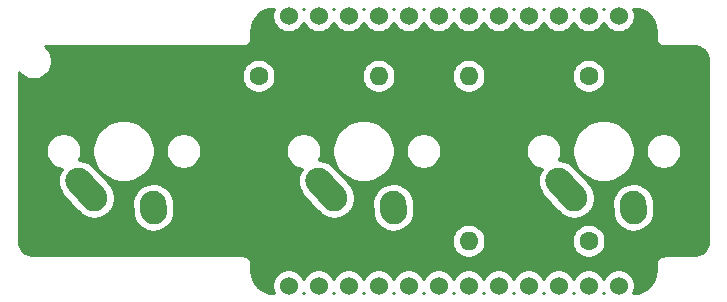
<source format=gbr>
G04 #@! TF.GenerationSoftware,KiCad,Pcbnew,(5.1.9)-1*
G04 #@! TF.CreationDate,2021-01-29T19:09:00+08:00*
G04 #@! TF.ProjectId,board,626f6172-642e-46b6-9963-61645f706362,rev?*
G04 #@! TF.SameCoordinates,Original*
G04 #@! TF.FileFunction,Copper,L2,Bot*
G04 #@! TF.FilePolarity,Positive*
%FSLAX46Y46*%
G04 Gerber Fmt 4.6, Leading zero omitted, Abs format (unit mm)*
G04 Created by KiCad (PCBNEW (5.1.9)-1) date 2021-01-29 19:09:00*
%MOMM*%
%LPD*%
G01*
G04 APERTURE LIST*
G04 #@! TA.AperFunction,ComponentPad*
%ADD10C,1.524000*%
G04 #@! TD*
G04 #@! TA.AperFunction,ComponentPad*
%ADD11C,2.250000*%
G04 #@! TD*
G04 #@! TA.AperFunction,ComponentPad*
%ADD12O,1.600000X1.600000*%
G04 #@! TD*
G04 #@! TA.AperFunction,ComponentPad*
%ADD13C,1.600000*%
G04 #@! TD*
G04 #@! TA.AperFunction,NonConductor*
%ADD14C,0.254000*%
G04 #@! TD*
G04 #@! TA.AperFunction,NonConductor*
%ADD15C,0.100000*%
G04 #@! TD*
G04 APERTURE END LIST*
D10*
X139700000Y-119380000D03*
X142240000Y-119380000D03*
X144780000Y-119380000D03*
X147320000Y-119380000D03*
X149860000Y-119380000D03*
X152400000Y-119380000D03*
X154940000Y-119380000D03*
X157480000Y-119380000D03*
X160020000Y-119380000D03*
X162560000Y-119380000D03*
X165100000Y-119380000D03*
X167640000Y-119380000D03*
X139700000Y-96520000D03*
X142240000Y-96520000D03*
X144780000Y-96520000D03*
X147320000Y-96520000D03*
X149860000Y-96520000D03*
X152400000Y-96520000D03*
X154940000Y-96520000D03*
X157480000Y-96520000D03*
X160020000Y-96520000D03*
X162560000Y-96520000D03*
X165100000Y-96520000D03*
X167640000Y-96520000D03*
G04 #@! TA.AperFunction,ComponentPad*
G36*
G01*
X128151524Y-111327740D02*
X128151524Y-111327740D01*
G75*
G02*
X129352260Y-112371524I78476J-1122260D01*
G01*
X129392814Y-112951486D01*
G75*
G02*
X128349030Y-114152222I-1122260J-78476D01*
G01*
X128349030Y-114152222D01*
G75*
G02*
X127148294Y-113108438I-78476J1122260D01*
G01*
X127107740Y-112528476D01*
G75*
G02*
X128151524Y-111327740I1122260J78476D01*
G01*
G37*
G04 #@! TD.AperFunction*
D11*
X128270000Y-113030000D03*
G04 #@! TA.AperFunction,ComponentPad*
G36*
G01*
X121167228Y-109653962D02*
X121167228Y-109653962D01*
G75*
G02*
X122756038Y-109737228I752772J-836038D01*
G01*
X124068576Y-111194948D01*
G75*
G02*
X123985310Y-112783758I-836038J-752772D01*
G01*
X123985310Y-112783758D01*
G75*
G02*
X122396500Y-112700492I-752772J836038D01*
G01*
X121083962Y-111242772D01*
G75*
G02*
X121167228Y-109653962I836038J752772D01*
G01*
G37*
G04 #@! TD.AperFunction*
X123230000Y-111950000D03*
G04 #@! TA.AperFunction,ComponentPad*
G36*
G01*
X168791524Y-111327740D02*
X168791524Y-111327740D01*
G75*
G02*
X169992260Y-112371524I78476J-1122260D01*
G01*
X170032814Y-112951486D01*
G75*
G02*
X168989030Y-114152222I-1122260J-78476D01*
G01*
X168989030Y-114152222D01*
G75*
G02*
X167788294Y-113108438I-78476J1122260D01*
G01*
X167747740Y-112528476D01*
G75*
G02*
X168791524Y-111327740I1122260J78476D01*
G01*
G37*
G04 #@! TD.AperFunction*
X168910000Y-113030000D03*
G04 #@! TA.AperFunction,ComponentPad*
G36*
G01*
X161807228Y-109653962D02*
X161807228Y-109653962D01*
G75*
G02*
X163396038Y-109737228I752772J-836038D01*
G01*
X164708576Y-111194948D01*
G75*
G02*
X164625310Y-112783758I-836038J-752772D01*
G01*
X164625310Y-112783758D01*
G75*
G02*
X163036500Y-112700492I-752772J836038D01*
G01*
X161723962Y-111242772D01*
G75*
G02*
X161807228Y-109653962I836038J752772D01*
G01*
G37*
G04 #@! TD.AperFunction*
X163870000Y-111950000D03*
X143550000Y-111950000D03*
G04 #@! TA.AperFunction,ComponentPad*
G36*
G01*
X141487228Y-109653962D02*
X141487228Y-109653962D01*
G75*
G02*
X143076038Y-109737228I752772J-836038D01*
G01*
X144388576Y-111194948D01*
G75*
G02*
X144305310Y-112783758I-836038J-752772D01*
G01*
X144305310Y-112783758D01*
G75*
G02*
X142716500Y-112700492I-752772J836038D01*
G01*
X141403962Y-111242772D01*
G75*
G02*
X141487228Y-109653962I836038J752772D01*
G01*
G37*
G04 #@! TD.AperFunction*
X148590000Y-113030000D03*
G04 #@! TA.AperFunction,ComponentPad*
G36*
G01*
X148471524Y-111327740D02*
X148471524Y-111327740D01*
G75*
G02*
X149672260Y-112371524I78476J-1122260D01*
G01*
X149712814Y-112951486D01*
G75*
G02*
X148669030Y-114152222I-1122260J-78476D01*
G01*
X148669030Y-114152222D01*
G75*
G02*
X147468294Y-113108438I-78476J1122260D01*
G01*
X147427740Y-112528476D01*
G75*
G02*
X148471524Y-111327740I1122260J78476D01*
G01*
G37*
G04 #@! TD.AperFunction*
D12*
X147320000Y-101600000D03*
D13*
X137160000Y-101600000D03*
X165100000Y-115570000D03*
D12*
X154940000Y-115570000D03*
X154940000Y-101600000D03*
D13*
X165100000Y-101600000D03*
D14*
X163840569Y-119990000D02*
X163819431Y-119990000D01*
X163830000Y-119964485D01*
X163840569Y-119990000D01*
G04 #@! TA.AperFunction,NonConductor*
D15*
G36*
X163840569Y-119990000D02*
G01*
X163819431Y-119990000D01*
X163830000Y-119964485D01*
X163840569Y-119990000D01*
G37*
G04 #@! TD.AperFunction*
D14*
X140980569Y-119990000D02*
X140959431Y-119990000D01*
X140970000Y-119964485D01*
X140980569Y-119990000D01*
G04 #@! TA.AperFunction,NonConductor*
D15*
G36*
X140980569Y-119990000D02*
G01*
X140959431Y-119990000D01*
X140970000Y-119964485D01*
X140980569Y-119990000D01*
G37*
G04 #@! TD.AperFunction*
D14*
X143520569Y-119990000D02*
X143499431Y-119990000D01*
X143510000Y-119964485D01*
X143520569Y-119990000D01*
G04 #@! TA.AperFunction,NonConductor*
D15*
G36*
X143520569Y-119990000D02*
G01*
X143499431Y-119990000D01*
X143510000Y-119964485D01*
X143520569Y-119990000D01*
G37*
G04 #@! TD.AperFunction*
D14*
X146060569Y-119990000D02*
X146039431Y-119990000D01*
X146050000Y-119964485D01*
X146060569Y-119990000D01*
G04 #@! TA.AperFunction,NonConductor*
D15*
G36*
X146060569Y-119990000D02*
G01*
X146039431Y-119990000D01*
X146050000Y-119964485D01*
X146060569Y-119990000D01*
G37*
G04 #@! TD.AperFunction*
D14*
X148600569Y-119990000D02*
X148579431Y-119990000D01*
X148590000Y-119964485D01*
X148600569Y-119990000D01*
G04 #@! TA.AperFunction,NonConductor*
D15*
G36*
X148600569Y-119990000D02*
G01*
X148579431Y-119990000D01*
X148590000Y-119964485D01*
X148600569Y-119990000D01*
G37*
G04 #@! TD.AperFunction*
D14*
X151140569Y-119990000D02*
X151119431Y-119990000D01*
X151130000Y-119964485D01*
X151140569Y-119990000D01*
G04 #@! TA.AperFunction,NonConductor*
D15*
G36*
X151140569Y-119990000D02*
G01*
X151119431Y-119990000D01*
X151130000Y-119964485D01*
X151140569Y-119990000D01*
G37*
G04 #@! TD.AperFunction*
D14*
X153680569Y-119990000D02*
X153659431Y-119990000D01*
X153670000Y-119964485D01*
X153680569Y-119990000D01*
G04 #@! TA.AperFunction,NonConductor*
D15*
G36*
X153680569Y-119990000D02*
G01*
X153659431Y-119990000D01*
X153670000Y-119964485D01*
X153680569Y-119990000D01*
G37*
G04 #@! TD.AperFunction*
D14*
X156220569Y-119990000D02*
X156199431Y-119990000D01*
X156210000Y-119964485D01*
X156220569Y-119990000D01*
G04 #@! TA.AperFunction,NonConductor*
D15*
G36*
X156220569Y-119990000D02*
G01*
X156199431Y-119990000D01*
X156210000Y-119964485D01*
X156220569Y-119990000D01*
G37*
G04 #@! TD.AperFunction*
D14*
X158760569Y-119990000D02*
X158739431Y-119990000D01*
X158750000Y-119964485D01*
X158760569Y-119990000D01*
G04 #@! TA.AperFunction,NonConductor*
D15*
G36*
X158760569Y-119990000D02*
G01*
X158739431Y-119990000D01*
X158750000Y-119964485D01*
X158760569Y-119990000D01*
G37*
G04 #@! TD.AperFunction*
D14*
X161300569Y-119990000D02*
X161279431Y-119990000D01*
X161290000Y-119964485D01*
X161300569Y-119990000D01*
G04 #@! TA.AperFunction,NonConductor*
D15*
G36*
X161300569Y-119990000D02*
G01*
X161279431Y-119990000D01*
X161290000Y-119964485D01*
X161300569Y-119990000D01*
G37*
G04 #@! TD.AperFunction*
D14*
X166380569Y-119990000D02*
X166359431Y-119990000D01*
X166370000Y-119964485D01*
X166380569Y-119990000D01*
G04 #@! TA.AperFunction,NonConductor*
D15*
G36*
X166380569Y-119990000D02*
G01*
X166359431Y-119990000D01*
X166370000Y-119964485D01*
X166380569Y-119990000D01*
G37*
G04 #@! TD.AperFunction*
D14*
X138356686Y-96112510D02*
X138303000Y-96382408D01*
X138303000Y-96657592D01*
X138356686Y-96927490D01*
X138461995Y-97181727D01*
X138614880Y-97410535D01*
X138809465Y-97605120D01*
X139038273Y-97758005D01*
X139292510Y-97863314D01*
X139562408Y-97917000D01*
X139837592Y-97917000D01*
X140107490Y-97863314D01*
X140361727Y-97758005D01*
X140590535Y-97605120D01*
X140785120Y-97410535D01*
X140938005Y-97181727D01*
X140970000Y-97104485D01*
X141001995Y-97181727D01*
X141154880Y-97410535D01*
X141349465Y-97605120D01*
X141578273Y-97758005D01*
X141832510Y-97863314D01*
X142102408Y-97917000D01*
X142377592Y-97917000D01*
X142647490Y-97863314D01*
X142901727Y-97758005D01*
X143130535Y-97605120D01*
X143325120Y-97410535D01*
X143478005Y-97181727D01*
X143510000Y-97104485D01*
X143541995Y-97181727D01*
X143694880Y-97410535D01*
X143889465Y-97605120D01*
X144118273Y-97758005D01*
X144372510Y-97863314D01*
X144642408Y-97917000D01*
X144917592Y-97917000D01*
X145187490Y-97863314D01*
X145441727Y-97758005D01*
X145670535Y-97605120D01*
X145865120Y-97410535D01*
X146018005Y-97181727D01*
X146050000Y-97104485D01*
X146081995Y-97181727D01*
X146234880Y-97410535D01*
X146429465Y-97605120D01*
X146658273Y-97758005D01*
X146912510Y-97863314D01*
X147182408Y-97917000D01*
X147457592Y-97917000D01*
X147727490Y-97863314D01*
X147981727Y-97758005D01*
X148210535Y-97605120D01*
X148405120Y-97410535D01*
X148558005Y-97181727D01*
X148590000Y-97104485D01*
X148621995Y-97181727D01*
X148774880Y-97410535D01*
X148969465Y-97605120D01*
X149198273Y-97758005D01*
X149452510Y-97863314D01*
X149722408Y-97917000D01*
X149997592Y-97917000D01*
X150267490Y-97863314D01*
X150521727Y-97758005D01*
X150750535Y-97605120D01*
X150945120Y-97410535D01*
X151098005Y-97181727D01*
X151130000Y-97104485D01*
X151161995Y-97181727D01*
X151314880Y-97410535D01*
X151509465Y-97605120D01*
X151738273Y-97758005D01*
X151992510Y-97863314D01*
X152262408Y-97917000D01*
X152537592Y-97917000D01*
X152807490Y-97863314D01*
X153061727Y-97758005D01*
X153290535Y-97605120D01*
X153485120Y-97410535D01*
X153638005Y-97181727D01*
X153670000Y-97104485D01*
X153701995Y-97181727D01*
X153854880Y-97410535D01*
X154049465Y-97605120D01*
X154278273Y-97758005D01*
X154532510Y-97863314D01*
X154802408Y-97917000D01*
X155077592Y-97917000D01*
X155347490Y-97863314D01*
X155601727Y-97758005D01*
X155830535Y-97605120D01*
X156025120Y-97410535D01*
X156178005Y-97181727D01*
X156210000Y-97104485D01*
X156241995Y-97181727D01*
X156394880Y-97410535D01*
X156589465Y-97605120D01*
X156818273Y-97758005D01*
X157072510Y-97863314D01*
X157342408Y-97917000D01*
X157617592Y-97917000D01*
X157887490Y-97863314D01*
X158141727Y-97758005D01*
X158370535Y-97605120D01*
X158565120Y-97410535D01*
X158718005Y-97181727D01*
X158750000Y-97104485D01*
X158781995Y-97181727D01*
X158934880Y-97410535D01*
X159129465Y-97605120D01*
X159358273Y-97758005D01*
X159612510Y-97863314D01*
X159882408Y-97917000D01*
X160157592Y-97917000D01*
X160427490Y-97863314D01*
X160681727Y-97758005D01*
X160910535Y-97605120D01*
X161105120Y-97410535D01*
X161258005Y-97181727D01*
X161290000Y-97104485D01*
X161321995Y-97181727D01*
X161474880Y-97410535D01*
X161669465Y-97605120D01*
X161898273Y-97758005D01*
X162152510Y-97863314D01*
X162422408Y-97917000D01*
X162697592Y-97917000D01*
X162967490Y-97863314D01*
X163221727Y-97758005D01*
X163450535Y-97605120D01*
X163645120Y-97410535D01*
X163798005Y-97181727D01*
X163830000Y-97104485D01*
X163861995Y-97181727D01*
X164014880Y-97410535D01*
X164209465Y-97605120D01*
X164438273Y-97758005D01*
X164692510Y-97863314D01*
X164962408Y-97917000D01*
X165237592Y-97917000D01*
X165507490Y-97863314D01*
X165761727Y-97758005D01*
X165990535Y-97605120D01*
X166185120Y-97410535D01*
X166338005Y-97181727D01*
X166370000Y-97104485D01*
X166401995Y-97181727D01*
X166554880Y-97410535D01*
X166749465Y-97605120D01*
X166978273Y-97758005D01*
X167232510Y-97863314D01*
X167502408Y-97917000D01*
X167777592Y-97917000D01*
X168047490Y-97863314D01*
X168301727Y-97758005D01*
X168530535Y-97605120D01*
X168725120Y-97410535D01*
X168878005Y-97181727D01*
X168983314Y-96927490D01*
X169037000Y-96657592D01*
X169037000Y-96382408D01*
X168983314Y-96112510D01*
X168900350Y-95912219D01*
X169274545Y-95948909D01*
X169625208Y-96054780D01*
X169948625Y-96226744D01*
X170232484Y-96458254D01*
X170465965Y-96740486D01*
X170640183Y-97062695D01*
X170748502Y-97412614D01*
X170790000Y-97807443D01*
X170790000Y-98392581D01*
X170786807Y-98425000D01*
X170799550Y-98554383D01*
X170837290Y-98678793D01*
X170898575Y-98793450D01*
X170981052Y-98893948D01*
X171081550Y-98976425D01*
X171196207Y-99037710D01*
X171320617Y-99075450D01*
X171417581Y-99085000D01*
X171450000Y-99088193D01*
X171482419Y-99085000D01*
X173957723Y-99085000D01*
X174231204Y-99111815D01*
X174463226Y-99181867D01*
X174677222Y-99295650D01*
X174865041Y-99448832D01*
X175019530Y-99635577D01*
X175134801Y-99848769D01*
X175206472Y-100080300D01*
X175235001Y-100351734D01*
X175235000Y-115537722D01*
X175208185Y-115811205D01*
X175138133Y-116043226D01*
X175024350Y-116257222D01*
X174871169Y-116445039D01*
X174684424Y-116599529D01*
X174471231Y-116714802D01*
X174239701Y-116786472D01*
X173968276Y-116815000D01*
X171482419Y-116815000D01*
X171450000Y-116811807D01*
X171368886Y-116819796D01*
X171320617Y-116824550D01*
X171196207Y-116862290D01*
X171081550Y-116923575D01*
X170981052Y-117006052D01*
X170898575Y-117106550D01*
X170837290Y-117221207D01*
X170799550Y-117345617D01*
X170786807Y-117475000D01*
X170790000Y-117507419D01*
X170790000Y-118077721D01*
X170751091Y-118474545D01*
X170645220Y-118825206D01*
X170473257Y-119148623D01*
X170241748Y-119432482D01*
X169959514Y-119665965D01*
X169637304Y-119840184D01*
X169287385Y-119948502D01*
X168899744Y-119989245D01*
X168983314Y-119787490D01*
X169037000Y-119517592D01*
X169037000Y-119242408D01*
X168983314Y-118972510D01*
X168878005Y-118718273D01*
X168725120Y-118489465D01*
X168530535Y-118294880D01*
X168301727Y-118141995D01*
X168047490Y-118036686D01*
X167777592Y-117983000D01*
X167502408Y-117983000D01*
X167232510Y-118036686D01*
X166978273Y-118141995D01*
X166749465Y-118294880D01*
X166554880Y-118489465D01*
X166401995Y-118718273D01*
X166370000Y-118795515D01*
X166338005Y-118718273D01*
X166185120Y-118489465D01*
X165990535Y-118294880D01*
X165761727Y-118141995D01*
X165507490Y-118036686D01*
X165237592Y-117983000D01*
X164962408Y-117983000D01*
X164692510Y-118036686D01*
X164438273Y-118141995D01*
X164209465Y-118294880D01*
X164014880Y-118489465D01*
X163861995Y-118718273D01*
X163830000Y-118795515D01*
X163798005Y-118718273D01*
X163645120Y-118489465D01*
X163450535Y-118294880D01*
X163221727Y-118141995D01*
X162967490Y-118036686D01*
X162697592Y-117983000D01*
X162422408Y-117983000D01*
X162152510Y-118036686D01*
X161898273Y-118141995D01*
X161669465Y-118294880D01*
X161474880Y-118489465D01*
X161321995Y-118718273D01*
X161290000Y-118795515D01*
X161258005Y-118718273D01*
X161105120Y-118489465D01*
X160910535Y-118294880D01*
X160681727Y-118141995D01*
X160427490Y-118036686D01*
X160157592Y-117983000D01*
X159882408Y-117983000D01*
X159612510Y-118036686D01*
X159358273Y-118141995D01*
X159129465Y-118294880D01*
X158934880Y-118489465D01*
X158781995Y-118718273D01*
X158750000Y-118795515D01*
X158718005Y-118718273D01*
X158565120Y-118489465D01*
X158370535Y-118294880D01*
X158141727Y-118141995D01*
X157887490Y-118036686D01*
X157617592Y-117983000D01*
X157342408Y-117983000D01*
X157072510Y-118036686D01*
X156818273Y-118141995D01*
X156589465Y-118294880D01*
X156394880Y-118489465D01*
X156241995Y-118718273D01*
X156210000Y-118795515D01*
X156178005Y-118718273D01*
X156025120Y-118489465D01*
X155830535Y-118294880D01*
X155601727Y-118141995D01*
X155347490Y-118036686D01*
X155077592Y-117983000D01*
X154802408Y-117983000D01*
X154532510Y-118036686D01*
X154278273Y-118141995D01*
X154049465Y-118294880D01*
X153854880Y-118489465D01*
X153701995Y-118718273D01*
X153670000Y-118795515D01*
X153638005Y-118718273D01*
X153485120Y-118489465D01*
X153290535Y-118294880D01*
X153061727Y-118141995D01*
X152807490Y-118036686D01*
X152537592Y-117983000D01*
X152262408Y-117983000D01*
X151992510Y-118036686D01*
X151738273Y-118141995D01*
X151509465Y-118294880D01*
X151314880Y-118489465D01*
X151161995Y-118718273D01*
X151130000Y-118795515D01*
X151098005Y-118718273D01*
X150945120Y-118489465D01*
X150750535Y-118294880D01*
X150521727Y-118141995D01*
X150267490Y-118036686D01*
X149997592Y-117983000D01*
X149722408Y-117983000D01*
X149452510Y-118036686D01*
X149198273Y-118141995D01*
X148969465Y-118294880D01*
X148774880Y-118489465D01*
X148621995Y-118718273D01*
X148590000Y-118795515D01*
X148558005Y-118718273D01*
X148405120Y-118489465D01*
X148210535Y-118294880D01*
X147981727Y-118141995D01*
X147727490Y-118036686D01*
X147457592Y-117983000D01*
X147182408Y-117983000D01*
X146912510Y-118036686D01*
X146658273Y-118141995D01*
X146429465Y-118294880D01*
X146234880Y-118489465D01*
X146081995Y-118718273D01*
X146050000Y-118795515D01*
X146018005Y-118718273D01*
X145865120Y-118489465D01*
X145670535Y-118294880D01*
X145441727Y-118141995D01*
X145187490Y-118036686D01*
X144917592Y-117983000D01*
X144642408Y-117983000D01*
X144372510Y-118036686D01*
X144118273Y-118141995D01*
X143889465Y-118294880D01*
X143694880Y-118489465D01*
X143541995Y-118718273D01*
X143510000Y-118795515D01*
X143478005Y-118718273D01*
X143325120Y-118489465D01*
X143130535Y-118294880D01*
X142901727Y-118141995D01*
X142647490Y-118036686D01*
X142377592Y-117983000D01*
X142102408Y-117983000D01*
X141832510Y-118036686D01*
X141578273Y-118141995D01*
X141349465Y-118294880D01*
X141154880Y-118489465D01*
X141001995Y-118718273D01*
X140970000Y-118795515D01*
X140938005Y-118718273D01*
X140785120Y-118489465D01*
X140590535Y-118294880D01*
X140361727Y-118141995D01*
X140107490Y-118036686D01*
X139837592Y-117983000D01*
X139562408Y-117983000D01*
X139292510Y-118036686D01*
X139038273Y-118141995D01*
X138809465Y-118294880D01*
X138614880Y-118489465D01*
X138461995Y-118718273D01*
X138356686Y-118972510D01*
X138303000Y-119242408D01*
X138303000Y-119517592D01*
X138356686Y-119787490D01*
X138439650Y-119987781D01*
X138065455Y-119951091D01*
X137714794Y-119845220D01*
X137391377Y-119673257D01*
X137107518Y-119441748D01*
X136874035Y-119159514D01*
X136699816Y-118837304D01*
X136591498Y-118487385D01*
X136550000Y-118092557D01*
X136550000Y-117507419D01*
X136553193Y-117475000D01*
X136540450Y-117345617D01*
X136502710Y-117221207D01*
X136441425Y-117106550D01*
X136358948Y-117006052D01*
X136258450Y-116923575D01*
X136143793Y-116862290D01*
X136019383Y-116824550D01*
X135971114Y-116819796D01*
X135890000Y-116811807D01*
X135857581Y-116815000D01*
X118142277Y-116815000D01*
X117868795Y-116788185D01*
X117636774Y-116718133D01*
X117422778Y-116604350D01*
X117234961Y-116451169D01*
X117080471Y-116264424D01*
X116965198Y-116051231D01*
X116893528Y-115819701D01*
X116865000Y-115548276D01*
X116865000Y-115428665D01*
X153505000Y-115428665D01*
X153505000Y-115711335D01*
X153560147Y-115988574D01*
X153668320Y-116249727D01*
X153825363Y-116484759D01*
X154025241Y-116684637D01*
X154260273Y-116841680D01*
X154521426Y-116949853D01*
X154798665Y-117005000D01*
X155081335Y-117005000D01*
X155358574Y-116949853D01*
X155619727Y-116841680D01*
X155854759Y-116684637D01*
X156054637Y-116484759D01*
X156211680Y-116249727D01*
X156319853Y-115988574D01*
X156375000Y-115711335D01*
X156375000Y-115428665D01*
X163665000Y-115428665D01*
X163665000Y-115711335D01*
X163720147Y-115988574D01*
X163828320Y-116249727D01*
X163985363Y-116484759D01*
X164185241Y-116684637D01*
X164420273Y-116841680D01*
X164681426Y-116949853D01*
X164958665Y-117005000D01*
X165241335Y-117005000D01*
X165518574Y-116949853D01*
X165779727Y-116841680D01*
X166014759Y-116684637D01*
X166214637Y-116484759D01*
X166371680Y-116249727D01*
X166479853Y-115988574D01*
X166535000Y-115711335D01*
X166535000Y-115428665D01*
X166479853Y-115151426D01*
X166371680Y-114890273D01*
X166214637Y-114655241D01*
X166014759Y-114455363D01*
X165779727Y-114298320D01*
X165518574Y-114190147D01*
X165241335Y-114135000D01*
X164958665Y-114135000D01*
X164681426Y-114190147D01*
X164420273Y-114298320D01*
X164185241Y-114455363D01*
X163985363Y-114655241D01*
X163828320Y-114890273D01*
X163720147Y-115151426D01*
X163665000Y-115428665D01*
X156375000Y-115428665D01*
X156319853Y-115151426D01*
X156211680Y-114890273D01*
X156054637Y-114655241D01*
X155854759Y-114455363D01*
X155619727Y-114298320D01*
X155358574Y-114190147D01*
X155081335Y-114135000D01*
X154798665Y-114135000D01*
X154521426Y-114190147D01*
X154260273Y-114298320D01*
X154025241Y-114455363D01*
X153825363Y-114655241D01*
X153668320Y-114890273D01*
X153560147Y-115151426D01*
X153505000Y-115428665D01*
X116865000Y-115428665D01*
X116865000Y-107801278D01*
X119140000Y-107801278D01*
X119140000Y-108098722D01*
X119198029Y-108390451D01*
X119311856Y-108665253D01*
X119477107Y-108912569D01*
X119687431Y-109122893D01*
X119934747Y-109288144D01*
X120209549Y-109401971D01*
X120487617Y-109457283D01*
X120323765Y-109728635D01*
X120205901Y-110054676D01*
X120153909Y-110397444D01*
X120169788Y-110743769D01*
X120252925Y-111080343D01*
X120400128Y-111394229D01*
X120554218Y-111603423D01*
X121823924Y-113013574D01*
X121862919Y-113071935D01*
X122108065Y-113317081D01*
X122160672Y-113352232D01*
X122174392Y-113364749D01*
X122226448Y-113396182D01*
X122396327Y-113509692D01*
X122453973Y-113533570D01*
X122471172Y-113543955D01*
X122533041Y-113566321D01*
X122716627Y-113642364D01*
X122776149Y-113654204D01*
X122797212Y-113661818D01*
X122869724Y-113672817D01*
X123056655Y-113710000D01*
X123114857Y-113710000D01*
X123139981Y-113713811D01*
X123223100Y-113710000D01*
X123403345Y-113710000D01*
X123457337Y-113699260D01*
X123486307Y-113697932D01*
X123578496Y-113675160D01*
X123743373Y-113642364D01*
X123790805Y-113622717D01*
X123822881Y-113614794D01*
X123920829Y-113568859D01*
X124063673Y-113509692D01*
X124102934Y-113483458D01*
X124136767Y-113467592D01*
X124235292Y-113395020D01*
X124351935Y-113317081D01*
X124382228Y-113286788D01*
X124415905Y-113261982D01*
X124508211Y-113160805D01*
X124597081Y-113071935D01*
X124618407Y-113040019D01*
X124649567Y-113005864D01*
X124727819Y-112876273D01*
X124789692Y-112783673D01*
X124802708Y-112752251D01*
X124828773Y-112709084D01*
X124884907Y-112553803D01*
X124912773Y-112486526D01*
X126468257Y-112486526D01*
X126510000Y-113083492D01*
X126510000Y-113203345D01*
X126542760Y-113368039D01*
X126564313Y-113495133D01*
X126572104Y-113515563D01*
X126577636Y-113543373D01*
X126641609Y-113697817D01*
X126687848Y-113819066D01*
X126699552Y-113837706D01*
X126710308Y-113863673D01*
X126802378Y-114001465D01*
X126872207Y-114112674D01*
X126887503Y-114128863D01*
X126902919Y-114151935D01*
X127018581Y-114267597D01*
X127110302Y-114364675D01*
X127128775Y-114377791D01*
X127148065Y-114397081D01*
X127281817Y-114486451D01*
X127392986Y-114565382D01*
X127414089Y-114574833D01*
X127436327Y-114589692D01*
X127581992Y-114650028D01*
X127709394Y-114707085D01*
X127732479Y-114712362D01*
X127756627Y-114722364D01*
X127907777Y-114752430D01*
X128047367Y-114784336D01*
X128071643Y-114785025D01*
X128096655Y-114790000D01*
X128246986Y-114790000D01*
X128393916Y-114794169D01*
X128418499Y-114790000D01*
X128443345Y-114790000D01*
X128587036Y-114761418D01*
X128735725Y-114736202D01*
X128759624Y-114727088D01*
X128783373Y-114722364D01*
X128915252Y-114667738D01*
X129059658Y-114612668D01*
X129081860Y-114598727D01*
X129103673Y-114589692D01*
X129219422Y-114512351D01*
X129353266Y-114428309D01*
X129372750Y-114409900D01*
X129391935Y-114397081D01*
X129488110Y-114300906D01*
X129605267Y-114190214D01*
X129621095Y-114167921D01*
X129637081Y-114151935D01*
X129711141Y-114041097D01*
X129805974Y-113907530D01*
X129817329Y-113882176D01*
X129829692Y-113863673D01*
X129879893Y-113742478D01*
X129947677Y-113591122D01*
X129953946Y-113563697D01*
X129962364Y-113543373D01*
X129987668Y-113416160D01*
X130024928Y-113253149D01*
X130025732Y-113224800D01*
X130030000Y-113203345D01*
X130030000Y-113074391D01*
X130032297Y-112993435D01*
X130030000Y-112960586D01*
X130030000Y-112856655D01*
X130018793Y-112800313D01*
X129979682Y-112240989D01*
X129936241Y-111984829D01*
X129812706Y-111660896D01*
X129628347Y-111367288D01*
X129390252Y-111115287D01*
X129107568Y-110914580D01*
X128791160Y-110772877D01*
X128453187Y-110695626D01*
X128106638Y-110685793D01*
X127764829Y-110743759D01*
X127440896Y-110867294D01*
X127147288Y-111051653D01*
X126895287Y-111289748D01*
X126694580Y-111572432D01*
X126552877Y-111888840D01*
X126475626Y-112226813D01*
X126468257Y-112486526D01*
X124912773Y-112486526D01*
X124922364Y-112463373D01*
X124928196Y-112434054D01*
X124946636Y-112383044D01*
X124973273Y-112207437D01*
X124990000Y-112123345D01*
X124990000Y-112097163D01*
X124998629Y-112040275D01*
X124990000Y-111852074D01*
X124990000Y-111776655D01*
X124985506Y-111754063D01*
X124982750Y-111693950D01*
X124935498Y-111502657D01*
X124922364Y-111436627D01*
X124914496Y-111417632D01*
X124899612Y-111357376D01*
X124813322Y-111173374D01*
X124789692Y-111116327D01*
X124779215Y-111100648D01*
X124752410Y-111043489D01*
X124629807Y-110877043D01*
X124597081Y-110828065D01*
X124553189Y-110784173D01*
X123170086Y-109248083D01*
X122978145Y-109072971D01*
X122681365Y-108893765D01*
X122355324Y-108775901D01*
X122012556Y-108723909D01*
X121946941Y-108726917D01*
X121988144Y-108665253D01*
X122101971Y-108390451D01*
X122160000Y-108098722D01*
X122160000Y-107801278D01*
X122138080Y-107691076D01*
X123101100Y-107691076D01*
X123101100Y-108208924D01*
X123202127Y-108716822D01*
X123400299Y-109195251D01*
X123688000Y-109625826D01*
X124054174Y-109992000D01*
X124484749Y-110279701D01*
X124963178Y-110477873D01*
X125471076Y-110578900D01*
X125988924Y-110578900D01*
X126496822Y-110477873D01*
X126975251Y-110279701D01*
X127405826Y-109992000D01*
X127772000Y-109625826D01*
X128059701Y-109195251D01*
X128257873Y-108716822D01*
X128358900Y-108208924D01*
X128358900Y-107801278D01*
X129300000Y-107801278D01*
X129300000Y-108098722D01*
X129358029Y-108390451D01*
X129471856Y-108665253D01*
X129637107Y-108912569D01*
X129847431Y-109122893D01*
X130094747Y-109288144D01*
X130369549Y-109401971D01*
X130661278Y-109460000D01*
X130958722Y-109460000D01*
X131250451Y-109401971D01*
X131525253Y-109288144D01*
X131772569Y-109122893D01*
X131982893Y-108912569D01*
X132148144Y-108665253D01*
X132261971Y-108390451D01*
X132320000Y-108098722D01*
X132320000Y-107801278D01*
X139460000Y-107801278D01*
X139460000Y-108098722D01*
X139518029Y-108390451D01*
X139631856Y-108665253D01*
X139797107Y-108912569D01*
X140007431Y-109122893D01*
X140254747Y-109288144D01*
X140529549Y-109401971D01*
X140807617Y-109457283D01*
X140643765Y-109728635D01*
X140525901Y-110054676D01*
X140473909Y-110397444D01*
X140489788Y-110743769D01*
X140572925Y-111080343D01*
X140720128Y-111394229D01*
X140874218Y-111603423D01*
X142143924Y-113013574D01*
X142182919Y-113071935D01*
X142428065Y-113317081D01*
X142480672Y-113352232D01*
X142494392Y-113364749D01*
X142546448Y-113396182D01*
X142716327Y-113509692D01*
X142773973Y-113533570D01*
X142791172Y-113543955D01*
X142853041Y-113566321D01*
X143036627Y-113642364D01*
X143096149Y-113654204D01*
X143117212Y-113661818D01*
X143189724Y-113672817D01*
X143376655Y-113710000D01*
X143434857Y-113710000D01*
X143459981Y-113713811D01*
X143543100Y-113710000D01*
X143723345Y-113710000D01*
X143777337Y-113699260D01*
X143806307Y-113697932D01*
X143898496Y-113675160D01*
X144063373Y-113642364D01*
X144110805Y-113622717D01*
X144142881Y-113614794D01*
X144240829Y-113568859D01*
X144383673Y-113509692D01*
X144422934Y-113483458D01*
X144456767Y-113467592D01*
X144555292Y-113395020D01*
X144671935Y-113317081D01*
X144702228Y-113286788D01*
X144735905Y-113261982D01*
X144828211Y-113160805D01*
X144917081Y-113071935D01*
X144938407Y-113040019D01*
X144969567Y-113005864D01*
X145047819Y-112876273D01*
X145109692Y-112783673D01*
X145122708Y-112752251D01*
X145148773Y-112709084D01*
X145204907Y-112553803D01*
X145232773Y-112486526D01*
X146788257Y-112486526D01*
X146830000Y-113083492D01*
X146830000Y-113203345D01*
X146862760Y-113368039D01*
X146884313Y-113495133D01*
X146892104Y-113515563D01*
X146897636Y-113543373D01*
X146961609Y-113697817D01*
X147007848Y-113819066D01*
X147019552Y-113837706D01*
X147030308Y-113863673D01*
X147122378Y-114001465D01*
X147192207Y-114112674D01*
X147207503Y-114128863D01*
X147222919Y-114151935D01*
X147338581Y-114267597D01*
X147430302Y-114364675D01*
X147448775Y-114377791D01*
X147468065Y-114397081D01*
X147601817Y-114486451D01*
X147712986Y-114565382D01*
X147734089Y-114574833D01*
X147756327Y-114589692D01*
X147901992Y-114650028D01*
X148029394Y-114707085D01*
X148052479Y-114712362D01*
X148076627Y-114722364D01*
X148227777Y-114752430D01*
X148367367Y-114784336D01*
X148391643Y-114785025D01*
X148416655Y-114790000D01*
X148566986Y-114790000D01*
X148713916Y-114794169D01*
X148738499Y-114790000D01*
X148763345Y-114790000D01*
X148907036Y-114761418D01*
X149055725Y-114736202D01*
X149079624Y-114727088D01*
X149103373Y-114722364D01*
X149235252Y-114667738D01*
X149379658Y-114612668D01*
X149401860Y-114598727D01*
X149423673Y-114589692D01*
X149539422Y-114512351D01*
X149673266Y-114428309D01*
X149692750Y-114409900D01*
X149711935Y-114397081D01*
X149808110Y-114300906D01*
X149925267Y-114190214D01*
X149941095Y-114167921D01*
X149957081Y-114151935D01*
X150031141Y-114041097D01*
X150125974Y-113907530D01*
X150137329Y-113882176D01*
X150149692Y-113863673D01*
X150199893Y-113742478D01*
X150267677Y-113591122D01*
X150273946Y-113563697D01*
X150282364Y-113543373D01*
X150307668Y-113416160D01*
X150344928Y-113253149D01*
X150345732Y-113224800D01*
X150350000Y-113203345D01*
X150350000Y-113074391D01*
X150352297Y-112993435D01*
X150350000Y-112960586D01*
X150350000Y-112856655D01*
X150338793Y-112800313D01*
X150299682Y-112240989D01*
X150256241Y-111984829D01*
X150132706Y-111660896D01*
X149948347Y-111367288D01*
X149710252Y-111115287D01*
X149427568Y-110914580D01*
X149111160Y-110772877D01*
X148773187Y-110695626D01*
X148426638Y-110685793D01*
X148084829Y-110743759D01*
X147760896Y-110867294D01*
X147467288Y-111051653D01*
X147215287Y-111289748D01*
X147014580Y-111572432D01*
X146872877Y-111888840D01*
X146795626Y-112226813D01*
X146788257Y-112486526D01*
X145232773Y-112486526D01*
X145242364Y-112463373D01*
X145248196Y-112434054D01*
X145266636Y-112383044D01*
X145293273Y-112207437D01*
X145310000Y-112123345D01*
X145310000Y-112097163D01*
X145318629Y-112040275D01*
X145310000Y-111852074D01*
X145310000Y-111776655D01*
X145305506Y-111754063D01*
X145302750Y-111693950D01*
X145255498Y-111502657D01*
X145242364Y-111436627D01*
X145234496Y-111417632D01*
X145219612Y-111357376D01*
X145133322Y-111173374D01*
X145109692Y-111116327D01*
X145099215Y-111100648D01*
X145072410Y-111043489D01*
X144949807Y-110877043D01*
X144917081Y-110828065D01*
X144873189Y-110784173D01*
X143490086Y-109248083D01*
X143298145Y-109072971D01*
X143001365Y-108893765D01*
X142675324Y-108775901D01*
X142332556Y-108723909D01*
X142266941Y-108726917D01*
X142308144Y-108665253D01*
X142421971Y-108390451D01*
X142480000Y-108098722D01*
X142480000Y-107801278D01*
X142458080Y-107691076D01*
X143421100Y-107691076D01*
X143421100Y-108208924D01*
X143522127Y-108716822D01*
X143720299Y-109195251D01*
X144008000Y-109625826D01*
X144374174Y-109992000D01*
X144804749Y-110279701D01*
X145283178Y-110477873D01*
X145791076Y-110578900D01*
X146308924Y-110578900D01*
X146816822Y-110477873D01*
X147295251Y-110279701D01*
X147725826Y-109992000D01*
X148092000Y-109625826D01*
X148379701Y-109195251D01*
X148577873Y-108716822D01*
X148678900Y-108208924D01*
X148678900Y-107801278D01*
X149620000Y-107801278D01*
X149620000Y-108098722D01*
X149678029Y-108390451D01*
X149791856Y-108665253D01*
X149957107Y-108912569D01*
X150167431Y-109122893D01*
X150414747Y-109288144D01*
X150689549Y-109401971D01*
X150981278Y-109460000D01*
X151278722Y-109460000D01*
X151570451Y-109401971D01*
X151845253Y-109288144D01*
X152092569Y-109122893D01*
X152302893Y-108912569D01*
X152468144Y-108665253D01*
X152581971Y-108390451D01*
X152640000Y-108098722D01*
X152640000Y-107801278D01*
X159780000Y-107801278D01*
X159780000Y-108098722D01*
X159838029Y-108390451D01*
X159951856Y-108665253D01*
X160117107Y-108912569D01*
X160327431Y-109122893D01*
X160574747Y-109288144D01*
X160849549Y-109401971D01*
X161127617Y-109457283D01*
X160963765Y-109728635D01*
X160845901Y-110054676D01*
X160793909Y-110397444D01*
X160809788Y-110743769D01*
X160892925Y-111080343D01*
X161040128Y-111394229D01*
X161194218Y-111603423D01*
X162463924Y-113013574D01*
X162502919Y-113071935D01*
X162748065Y-113317081D01*
X162800672Y-113352232D01*
X162814392Y-113364749D01*
X162866448Y-113396182D01*
X163036327Y-113509692D01*
X163093973Y-113533570D01*
X163111172Y-113543955D01*
X163173041Y-113566321D01*
X163356627Y-113642364D01*
X163416149Y-113654204D01*
X163437212Y-113661818D01*
X163509724Y-113672817D01*
X163696655Y-113710000D01*
X163754857Y-113710000D01*
X163779981Y-113713811D01*
X163863100Y-113710000D01*
X164043345Y-113710000D01*
X164097337Y-113699260D01*
X164126307Y-113697932D01*
X164218496Y-113675160D01*
X164383373Y-113642364D01*
X164430805Y-113622717D01*
X164462881Y-113614794D01*
X164560829Y-113568859D01*
X164703673Y-113509692D01*
X164742934Y-113483458D01*
X164776767Y-113467592D01*
X164875292Y-113395020D01*
X164991935Y-113317081D01*
X165022228Y-113286788D01*
X165055905Y-113261982D01*
X165148211Y-113160805D01*
X165237081Y-113071935D01*
X165258407Y-113040019D01*
X165289567Y-113005864D01*
X165367819Y-112876273D01*
X165429692Y-112783673D01*
X165442708Y-112752251D01*
X165468773Y-112709084D01*
X165524907Y-112553803D01*
X165552773Y-112486526D01*
X167108257Y-112486526D01*
X167150000Y-113083492D01*
X167150000Y-113203345D01*
X167182760Y-113368039D01*
X167204313Y-113495133D01*
X167212104Y-113515563D01*
X167217636Y-113543373D01*
X167281609Y-113697817D01*
X167327848Y-113819066D01*
X167339552Y-113837706D01*
X167350308Y-113863673D01*
X167442378Y-114001465D01*
X167512207Y-114112674D01*
X167527503Y-114128863D01*
X167542919Y-114151935D01*
X167658581Y-114267597D01*
X167750302Y-114364675D01*
X167768775Y-114377791D01*
X167788065Y-114397081D01*
X167921817Y-114486451D01*
X168032986Y-114565382D01*
X168054089Y-114574833D01*
X168076327Y-114589692D01*
X168221992Y-114650028D01*
X168349394Y-114707085D01*
X168372479Y-114712362D01*
X168396627Y-114722364D01*
X168547777Y-114752430D01*
X168687367Y-114784336D01*
X168711643Y-114785025D01*
X168736655Y-114790000D01*
X168886986Y-114790000D01*
X169033916Y-114794169D01*
X169058499Y-114790000D01*
X169083345Y-114790000D01*
X169227036Y-114761418D01*
X169375725Y-114736202D01*
X169399624Y-114727088D01*
X169423373Y-114722364D01*
X169555252Y-114667738D01*
X169699658Y-114612668D01*
X169721860Y-114598727D01*
X169743673Y-114589692D01*
X169859422Y-114512351D01*
X169993266Y-114428309D01*
X170012750Y-114409900D01*
X170031935Y-114397081D01*
X170128110Y-114300906D01*
X170245267Y-114190214D01*
X170261095Y-114167921D01*
X170277081Y-114151935D01*
X170351141Y-114041097D01*
X170445974Y-113907530D01*
X170457329Y-113882176D01*
X170469692Y-113863673D01*
X170519893Y-113742478D01*
X170587677Y-113591122D01*
X170593946Y-113563697D01*
X170602364Y-113543373D01*
X170627668Y-113416160D01*
X170664928Y-113253149D01*
X170665732Y-113224800D01*
X170670000Y-113203345D01*
X170670000Y-113074391D01*
X170672297Y-112993435D01*
X170670000Y-112960586D01*
X170670000Y-112856655D01*
X170658793Y-112800313D01*
X170619682Y-112240989D01*
X170576241Y-111984829D01*
X170452706Y-111660896D01*
X170268347Y-111367288D01*
X170030252Y-111115287D01*
X169747568Y-110914580D01*
X169431160Y-110772877D01*
X169093187Y-110695626D01*
X168746638Y-110685793D01*
X168404829Y-110743759D01*
X168080896Y-110867294D01*
X167787288Y-111051653D01*
X167535287Y-111289748D01*
X167334580Y-111572432D01*
X167192877Y-111888840D01*
X167115626Y-112226813D01*
X167108257Y-112486526D01*
X165552773Y-112486526D01*
X165562364Y-112463373D01*
X165568196Y-112434054D01*
X165586636Y-112383044D01*
X165613273Y-112207437D01*
X165630000Y-112123345D01*
X165630000Y-112097163D01*
X165638629Y-112040275D01*
X165630000Y-111852074D01*
X165630000Y-111776655D01*
X165625506Y-111754063D01*
X165622750Y-111693950D01*
X165575498Y-111502657D01*
X165562364Y-111436627D01*
X165554496Y-111417632D01*
X165539612Y-111357376D01*
X165453322Y-111173374D01*
X165429692Y-111116327D01*
X165419215Y-111100648D01*
X165392410Y-111043489D01*
X165269807Y-110877043D01*
X165237081Y-110828065D01*
X165193189Y-110784173D01*
X163810086Y-109248083D01*
X163618145Y-109072971D01*
X163321365Y-108893765D01*
X162995324Y-108775901D01*
X162652556Y-108723909D01*
X162586941Y-108726917D01*
X162628144Y-108665253D01*
X162741971Y-108390451D01*
X162800000Y-108098722D01*
X162800000Y-107801278D01*
X162778080Y-107691076D01*
X163741100Y-107691076D01*
X163741100Y-108208924D01*
X163842127Y-108716822D01*
X164040299Y-109195251D01*
X164328000Y-109625826D01*
X164694174Y-109992000D01*
X165124749Y-110279701D01*
X165603178Y-110477873D01*
X166111076Y-110578900D01*
X166628924Y-110578900D01*
X167136822Y-110477873D01*
X167615251Y-110279701D01*
X168045826Y-109992000D01*
X168412000Y-109625826D01*
X168699701Y-109195251D01*
X168897873Y-108716822D01*
X168998900Y-108208924D01*
X168998900Y-107801278D01*
X169940000Y-107801278D01*
X169940000Y-108098722D01*
X169998029Y-108390451D01*
X170111856Y-108665253D01*
X170277107Y-108912569D01*
X170487431Y-109122893D01*
X170734747Y-109288144D01*
X171009549Y-109401971D01*
X171301278Y-109460000D01*
X171598722Y-109460000D01*
X171890451Y-109401971D01*
X172165253Y-109288144D01*
X172412569Y-109122893D01*
X172622893Y-108912569D01*
X172788144Y-108665253D01*
X172901971Y-108390451D01*
X172960000Y-108098722D01*
X172960000Y-107801278D01*
X172901971Y-107509549D01*
X172788144Y-107234747D01*
X172622893Y-106987431D01*
X172412569Y-106777107D01*
X172165253Y-106611856D01*
X171890451Y-106498029D01*
X171598722Y-106440000D01*
X171301278Y-106440000D01*
X171009549Y-106498029D01*
X170734747Y-106611856D01*
X170487431Y-106777107D01*
X170277107Y-106987431D01*
X170111856Y-107234747D01*
X169998029Y-107509549D01*
X169940000Y-107801278D01*
X168998900Y-107801278D01*
X168998900Y-107691076D01*
X168897873Y-107183178D01*
X168699701Y-106704749D01*
X168412000Y-106274174D01*
X168045826Y-105908000D01*
X167615251Y-105620299D01*
X167136822Y-105422127D01*
X166628924Y-105321100D01*
X166111076Y-105321100D01*
X165603178Y-105422127D01*
X165124749Y-105620299D01*
X164694174Y-105908000D01*
X164328000Y-106274174D01*
X164040299Y-106704749D01*
X163842127Y-107183178D01*
X163741100Y-107691076D01*
X162778080Y-107691076D01*
X162741971Y-107509549D01*
X162628144Y-107234747D01*
X162462893Y-106987431D01*
X162252569Y-106777107D01*
X162005253Y-106611856D01*
X161730451Y-106498029D01*
X161438722Y-106440000D01*
X161141278Y-106440000D01*
X160849549Y-106498029D01*
X160574747Y-106611856D01*
X160327431Y-106777107D01*
X160117107Y-106987431D01*
X159951856Y-107234747D01*
X159838029Y-107509549D01*
X159780000Y-107801278D01*
X152640000Y-107801278D01*
X152581971Y-107509549D01*
X152468144Y-107234747D01*
X152302893Y-106987431D01*
X152092569Y-106777107D01*
X151845253Y-106611856D01*
X151570451Y-106498029D01*
X151278722Y-106440000D01*
X150981278Y-106440000D01*
X150689549Y-106498029D01*
X150414747Y-106611856D01*
X150167431Y-106777107D01*
X149957107Y-106987431D01*
X149791856Y-107234747D01*
X149678029Y-107509549D01*
X149620000Y-107801278D01*
X148678900Y-107801278D01*
X148678900Y-107691076D01*
X148577873Y-107183178D01*
X148379701Y-106704749D01*
X148092000Y-106274174D01*
X147725826Y-105908000D01*
X147295251Y-105620299D01*
X146816822Y-105422127D01*
X146308924Y-105321100D01*
X145791076Y-105321100D01*
X145283178Y-105422127D01*
X144804749Y-105620299D01*
X144374174Y-105908000D01*
X144008000Y-106274174D01*
X143720299Y-106704749D01*
X143522127Y-107183178D01*
X143421100Y-107691076D01*
X142458080Y-107691076D01*
X142421971Y-107509549D01*
X142308144Y-107234747D01*
X142142893Y-106987431D01*
X141932569Y-106777107D01*
X141685253Y-106611856D01*
X141410451Y-106498029D01*
X141118722Y-106440000D01*
X140821278Y-106440000D01*
X140529549Y-106498029D01*
X140254747Y-106611856D01*
X140007431Y-106777107D01*
X139797107Y-106987431D01*
X139631856Y-107234747D01*
X139518029Y-107509549D01*
X139460000Y-107801278D01*
X132320000Y-107801278D01*
X132261971Y-107509549D01*
X132148144Y-107234747D01*
X131982893Y-106987431D01*
X131772569Y-106777107D01*
X131525253Y-106611856D01*
X131250451Y-106498029D01*
X130958722Y-106440000D01*
X130661278Y-106440000D01*
X130369549Y-106498029D01*
X130094747Y-106611856D01*
X129847431Y-106777107D01*
X129637107Y-106987431D01*
X129471856Y-107234747D01*
X129358029Y-107509549D01*
X129300000Y-107801278D01*
X128358900Y-107801278D01*
X128358900Y-107691076D01*
X128257873Y-107183178D01*
X128059701Y-106704749D01*
X127772000Y-106274174D01*
X127405826Y-105908000D01*
X126975251Y-105620299D01*
X126496822Y-105422127D01*
X125988924Y-105321100D01*
X125471076Y-105321100D01*
X124963178Y-105422127D01*
X124484749Y-105620299D01*
X124054174Y-105908000D01*
X123688000Y-106274174D01*
X123400299Y-106704749D01*
X123202127Y-107183178D01*
X123101100Y-107691076D01*
X122138080Y-107691076D01*
X122101971Y-107509549D01*
X121988144Y-107234747D01*
X121822893Y-106987431D01*
X121612569Y-106777107D01*
X121365253Y-106611856D01*
X121090451Y-106498029D01*
X120798722Y-106440000D01*
X120501278Y-106440000D01*
X120209549Y-106498029D01*
X119934747Y-106611856D01*
X119687431Y-106777107D01*
X119477107Y-106987431D01*
X119311856Y-107234747D01*
X119198029Y-107509549D01*
X119140000Y-107801278D01*
X116865000Y-107801278D01*
X116865000Y-101293421D01*
X116890169Y-101331089D01*
X117108911Y-101549831D01*
X117366124Y-101721695D01*
X117651923Y-101840077D01*
X117955326Y-101900427D01*
X118264674Y-101900427D01*
X118568077Y-101840077D01*
X118853876Y-101721695D01*
X119111089Y-101549831D01*
X119202255Y-101458665D01*
X135725000Y-101458665D01*
X135725000Y-101741335D01*
X135780147Y-102018574D01*
X135888320Y-102279727D01*
X136045363Y-102514759D01*
X136245241Y-102714637D01*
X136480273Y-102871680D01*
X136741426Y-102979853D01*
X137018665Y-103035000D01*
X137301335Y-103035000D01*
X137578574Y-102979853D01*
X137839727Y-102871680D01*
X138074759Y-102714637D01*
X138274637Y-102514759D01*
X138431680Y-102279727D01*
X138539853Y-102018574D01*
X138595000Y-101741335D01*
X138595000Y-101458665D01*
X145885000Y-101458665D01*
X145885000Y-101741335D01*
X145940147Y-102018574D01*
X146048320Y-102279727D01*
X146205363Y-102514759D01*
X146405241Y-102714637D01*
X146640273Y-102871680D01*
X146901426Y-102979853D01*
X147178665Y-103035000D01*
X147461335Y-103035000D01*
X147738574Y-102979853D01*
X147999727Y-102871680D01*
X148234759Y-102714637D01*
X148434637Y-102514759D01*
X148591680Y-102279727D01*
X148699853Y-102018574D01*
X148755000Y-101741335D01*
X148755000Y-101458665D01*
X153505000Y-101458665D01*
X153505000Y-101741335D01*
X153560147Y-102018574D01*
X153668320Y-102279727D01*
X153825363Y-102514759D01*
X154025241Y-102714637D01*
X154260273Y-102871680D01*
X154521426Y-102979853D01*
X154798665Y-103035000D01*
X155081335Y-103035000D01*
X155358574Y-102979853D01*
X155619727Y-102871680D01*
X155854759Y-102714637D01*
X156054637Y-102514759D01*
X156211680Y-102279727D01*
X156319853Y-102018574D01*
X156375000Y-101741335D01*
X156375000Y-101458665D01*
X163665000Y-101458665D01*
X163665000Y-101741335D01*
X163720147Y-102018574D01*
X163828320Y-102279727D01*
X163985363Y-102514759D01*
X164185241Y-102714637D01*
X164420273Y-102871680D01*
X164681426Y-102979853D01*
X164958665Y-103035000D01*
X165241335Y-103035000D01*
X165518574Y-102979853D01*
X165779727Y-102871680D01*
X166014759Y-102714637D01*
X166214637Y-102514759D01*
X166371680Y-102279727D01*
X166479853Y-102018574D01*
X166535000Y-101741335D01*
X166535000Y-101458665D01*
X166479853Y-101181426D01*
X166371680Y-100920273D01*
X166214637Y-100685241D01*
X166014759Y-100485363D01*
X165779727Y-100328320D01*
X165518574Y-100220147D01*
X165241335Y-100165000D01*
X164958665Y-100165000D01*
X164681426Y-100220147D01*
X164420273Y-100328320D01*
X164185241Y-100485363D01*
X163985363Y-100685241D01*
X163828320Y-100920273D01*
X163720147Y-101181426D01*
X163665000Y-101458665D01*
X156375000Y-101458665D01*
X156319853Y-101181426D01*
X156211680Y-100920273D01*
X156054637Y-100685241D01*
X155854759Y-100485363D01*
X155619727Y-100328320D01*
X155358574Y-100220147D01*
X155081335Y-100165000D01*
X154798665Y-100165000D01*
X154521426Y-100220147D01*
X154260273Y-100328320D01*
X154025241Y-100485363D01*
X153825363Y-100685241D01*
X153668320Y-100920273D01*
X153560147Y-101181426D01*
X153505000Y-101458665D01*
X148755000Y-101458665D01*
X148699853Y-101181426D01*
X148591680Y-100920273D01*
X148434637Y-100685241D01*
X148234759Y-100485363D01*
X147999727Y-100328320D01*
X147738574Y-100220147D01*
X147461335Y-100165000D01*
X147178665Y-100165000D01*
X146901426Y-100220147D01*
X146640273Y-100328320D01*
X146405241Y-100485363D01*
X146205363Y-100685241D01*
X146048320Y-100920273D01*
X145940147Y-101181426D01*
X145885000Y-101458665D01*
X138595000Y-101458665D01*
X138539853Y-101181426D01*
X138431680Y-100920273D01*
X138274637Y-100685241D01*
X138074759Y-100485363D01*
X137839727Y-100328320D01*
X137578574Y-100220147D01*
X137301335Y-100165000D01*
X137018665Y-100165000D01*
X136741426Y-100220147D01*
X136480273Y-100328320D01*
X136245241Y-100485363D01*
X136045363Y-100685241D01*
X135888320Y-100920273D01*
X135780147Y-101181426D01*
X135725000Y-101458665D01*
X119202255Y-101458665D01*
X119329831Y-101331089D01*
X119501695Y-101073876D01*
X119620077Y-100788077D01*
X119680427Y-100484674D01*
X119680427Y-100175326D01*
X119620077Y-99871923D01*
X119501695Y-99586124D01*
X119329831Y-99328911D01*
X119111089Y-99110169D01*
X119073421Y-99085000D01*
X135857581Y-99085000D01*
X135890000Y-99088193D01*
X135922419Y-99085000D01*
X136019383Y-99075450D01*
X136143793Y-99037710D01*
X136258450Y-98976425D01*
X136358948Y-98893948D01*
X136441425Y-98793450D01*
X136502710Y-98678793D01*
X136540450Y-98554383D01*
X136553193Y-98425000D01*
X136550000Y-98392581D01*
X136550000Y-97822279D01*
X136588909Y-97425455D01*
X136694780Y-97074792D01*
X136866744Y-96751375D01*
X137098254Y-96467516D01*
X137380486Y-96234035D01*
X137702695Y-96059817D01*
X138052614Y-95951498D01*
X138440256Y-95910755D01*
X138356686Y-96112510D01*
G04 #@! TA.AperFunction,NonConductor*
D15*
G36*
X138356686Y-96112510D02*
G01*
X138303000Y-96382408D01*
X138303000Y-96657592D01*
X138356686Y-96927490D01*
X138461995Y-97181727D01*
X138614880Y-97410535D01*
X138809465Y-97605120D01*
X139038273Y-97758005D01*
X139292510Y-97863314D01*
X139562408Y-97917000D01*
X139837592Y-97917000D01*
X140107490Y-97863314D01*
X140361727Y-97758005D01*
X140590535Y-97605120D01*
X140785120Y-97410535D01*
X140938005Y-97181727D01*
X140970000Y-97104485D01*
X141001995Y-97181727D01*
X141154880Y-97410535D01*
X141349465Y-97605120D01*
X141578273Y-97758005D01*
X141832510Y-97863314D01*
X142102408Y-97917000D01*
X142377592Y-97917000D01*
X142647490Y-97863314D01*
X142901727Y-97758005D01*
X143130535Y-97605120D01*
X143325120Y-97410535D01*
X143478005Y-97181727D01*
X143510000Y-97104485D01*
X143541995Y-97181727D01*
X143694880Y-97410535D01*
X143889465Y-97605120D01*
X144118273Y-97758005D01*
X144372510Y-97863314D01*
X144642408Y-97917000D01*
X144917592Y-97917000D01*
X145187490Y-97863314D01*
X145441727Y-97758005D01*
X145670535Y-97605120D01*
X145865120Y-97410535D01*
X146018005Y-97181727D01*
X146050000Y-97104485D01*
X146081995Y-97181727D01*
X146234880Y-97410535D01*
X146429465Y-97605120D01*
X146658273Y-97758005D01*
X146912510Y-97863314D01*
X147182408Y-97917000D01*
X147457592Y-97917000D01*
X147727490Y-97863314D01*
X147981727Y-97758005D01*
X148210535Y-97605120D01*
X148405120Y-97410535D01*
X148558005Y-97181727D01*
X148590000Y-97104485D01*
X148621995Y-97181727D01*
X148774880Y-97410535D01*
X148969465Y-97605120D01*
X149198273Y-97758005D01*
X149452510Y-97863314D01*
X149722408Y-97917000D01*
X149997592Y-97917000D01*
X150267490Y-97863314D01*
X150521727Y-97758005D01*
X150750535Y-97605120D01*
X150945120Y-97410535D01*
X151098005Y-97181727D01*
X151130000Y-97104485D01*
X151161995Y-97181727D01*
X151314880Y-97410535D01*
X151509465Y-97605120D01*
X151738273Y-97758005D01*
X151992510Y-97863314D01*
X152262408Y-97917000D01*
X152537592Y-97917000D01*
X152807490Y-97863314D01*
X153061727Y-97758005D01*
X153290535Y-97605120D01*
X153485120Y-97410535D01*
X153638005Y-97181727D01*
X153670000Y-97104485D01*
X153701995Y-97181727D01*
X153854880Y-97410535D01*
X154049465Y-97605120D01*
X154278273Y-97758005D01*
X154532510Y-97863314D01*
X154802408Y-97917000D01*
X155077592Y-97917000D01*
X155347490Y-97863314D01*
X155601727Y-97758005D01*
X155830535Y-97605120D01*
X156025120Y-97410535D01*
X156178005Y-97181727D01*
X156210000Y-97104485D01*
X156241995Y-97181727D01*
X156394880Y-97410535D01*
X156589465Y-97605120D01*
X156818273Y-97758005D01*
X157072510Y-97863314D01*
X157342408Y-97917000D01*
X157617592Y-97917000D01*
X157887490Y-97863314D01*
X158141727Y-97758005D01*
X158370535Y-97605120D01*
X158565120Y-97410535D01*
X158718005Y-97181727D01*
X158750000Y-97104485D01*
X158781995Y-97181727D01*
X158934880Y-97410535D01*
X159129465Y-97605120D01*
X159358273Y-97758005D01*
X159612510Y-97863314D01*
X159882408Y-97917000D01*
X160157592Y-97917000D01*
X160427490Y-97863314D01*
X160681727Y-97758005D01*
X160910535Y-97605120D01*
X161105120Y-97410535D01*
X161258005Y-97181727D01*
X161290000Y-97104485D01*
X161321995Y-97181727D01*
X161474880Y-97410535D01*
X161669465Y-97605120D01*
X161898273Y-97758005D01*
X162152510Y-97863314D01*
X162422408Y-97917000D01*
X162697592Y-97917000D01*
X162967490Y-97863314D01*
X163221727Y-97758005D01*
X163450535Y-97605120D01*
X163645120Y-97410535D01*
X163798005Y-97181727D01*
X163830000Y-97104485D01*
X163861995Y-97181727D01*
X164014880Y-97410535D01*
X164209465Y-97605120D01*
X164438273Y-97758005D01*
X164692510Y-97863314D01*
X164962408Y-97917000D01*
X165237592Y-97917000D01*
X165507490Y-97863314D01*
X165761727Y-97758005D01*
X165990535Y-97605120D01*
X166185120Y-97410535D01*
X166338005Y-97181727D01*
X166370000Y-97104485D01*
X166401995Y-97181727D01*
X166554880Y-97410535D01*
X166749465Y-97605120D01*
X166978273Y-97758005D01*
X167232510Y-97863314D01*
X167502408Y-97917000D01*
X167777592Y-97917000D01*
X168047490Y-97863314D01*
X168301727Y-97758005D01*
X168530535Y-97605120D01*
X168725120Y-97410535D01*
X168878005Y-97181727D01*
X168983314Y-96927490D01*
X169037000Y-96657592D01*
X169037000Y-96382408D01*
X168983314Y-96112510D01*
X168900350Y-95912219D01*
X169274545Y-95948909D01*
X169625208Y-96054780D01*
X169948625Y-96226744D01*
X170232484Y-96458254D01*
X170465965Y-96740486D01*
X170640183Y-97062695D01*
X170748502Y-97412614D01*
X170790000Y-97807443D01*
X170790000Y-98392581D01*
X170786807Y-98425000D01*
X170799550Y-98554383D01*
X170837290Y-98678793D01*
X170898575Y-98793450D01*
X170981052Y-98893948D01*
X171081550Y-98976425D01*
X171196207Y-99037710D01*
X171320617Y-99075450D01*
X171417581Y-99085000D01*
X171450000Y-99088193D01*
X171482419Y-99085000D01*
X173957723Y-99085000D01*
X174231204Y-99111815D01*
X174463226Y-99181867D01*
X174677222Y-99295650D01*
X174865041Y-99448832D01*
X175019530Y-99635577D01*
X175134801Y-99848769D01*
X175206472Y-100080300D01*
X175235001Y-100351734D01*
X175235000Y-115537722D01*
X175208185Y-115811205D01*
X175138133Y-116043226D01*
X175024350Y-116257222D01*
X174871169Y-116445039D01*
X174684424Y-116599529D01*
X174471231Y-116714802D01*
X174239701Y-116786472D01*
X173968276Y-116815000D01*
X171482419Y-116815000D01*
X171450000Y-116811807D01*
X171368886Y-116819796D01*
X171320617Y-116824550D01*
X171196207Y-116862290D01*
X171081550Y-116923575D01*
X170981052Y-117006052D01*
X170898575Y-117106550D01*
X170837290Y-117221207D01*
X170799550Y-117345617D01*
X170786807Y-117475000D01*
X170790000Y-117507419D01*
X170790000Y-118077721D01*
X170751091Y-118474545D01*
X170645220Y-118825206D01*
X170473257Y-119148623D01*
X170241748Y-119432482D01*
X169959514Y-119665965D01*
X169637304Y-119840184D01*
X169287385Y-119948502D01*
X168899744Y-119989245D01*
X168983314Y-119787490D01*
X169037000Y-119517592D01*
X169037000Y-119242408D01*
X168983314Y-118972510D01*
X168878005Y-118718273D01*
X168725120Y-118489465D01*
X168530535Y-118294880D01*
X168301727Y-118141995D01*
X168047490Y-118036686D01*
X167777592Y-117983000D01*
X167502408Y-117983000D01*
X167232510Y-118036686D01*
X166978273Y-118141995D01*
X166749465Y-118294880D01*
X166554880Y-118489465D01*
X166401995Y-118718273D01*
X166370000Y-118795515D01*
X166338005Y-118718273D01*
X166185120Y-118489465D01*
X165990535Y-118294880D01*
X165761727Y-118141995D01*
X165507490Y-118036686D01*
X165237592Y-117983000D01*
X164962408Y-117983000D01*
X164692510Y-118036686D01*
X164438273Y-118141995D01*
X164209465Y-118294880D01*
X164014880Y-118489465D01*
X163861995Y-118718273D01*
X163830000Y-118795515D01*
X163798005Y-118718273D01*
X163645120Y-118489465D01*
X163450535Y-118294880D01*
X163221727Y-118141995D01*
X162967490Y-118036686D01*
X162697592Y-117983000D01*
X162422408Y-117983000D01*
X162152510Y-118036686D01*
X161898273Y-118141995D01*
X161669465Y-118294880D01*
X161474880Y-118489465D01*
X161321995Y-118718273D01*
X161290000Y-118795515D01*
X161258005Y-118718273D01*
X161105120Y-118489465D01*
X160910535Y-118294880D01*
X160681727Y-118141995D01*
X160427490Y-118036686D01*
X160157592Y-117983000D01*
X159882408Y-117983000D01*
X159612510Y-118036686D01*
X159358273Y-118141995D01*
X159129465Y-118294880D01*
X158934880Y-118489465D01*
X158781995Y-118718273D01*
X158750000Y-118795515D01*
X158718005Y-118718273D01*
X158565120Y-118489465D01*
X158370535Y-118294880D01*
X158141727Y-118141995D01*
X157887490Y-118036686D01*
X157617592Y-117983000D01*
X157342408Y-117983000D01*
X157072510Y-118036686D01*
X156818273Y-118141995D01*
X156589465Y-118294880D01*
X156394880Y-118489465D01*
X156241995Y-118718273D01*
X156210000Y-118795515D01*
X156178005Y-118718273D01*
X156025120Y-118489465D01*
X155830535Y-118294880D01*
X155601727Y-118141995D01*
X155347490Y-118036686D01*
X155077592Y-117983000D01*
X154802408Y-117983000D01*
X154532510Y-118036686D01*
X154278273Y-118141995D01*
X154049465Y-118294880D01*
X153854880Y-118489465D01*
X153701995Y-118718273D01*
X153670000Y-118795515D01*
X153638005Y-118718273D01*
X153485120Y-118489465D01*
X153290535Y-118294880D01*
X153061727Y-118141995D01*
X152807490Y-118036686D01*
X152537592Y-117983000D01*
X152262408Y-117983000D01*
X151992510Y-118036686D01*
X151738273Y-118141995D01*
X151509465Y-118294880D01*
X151314880Y-118489465D01*
X151161995Y-118718273D01*
X151130000Y-118795515D01*
X151098005Y-118718273D01*
X150945120Y-118489465D01*
X150750535Y-118294880D01*
X150521727Y-118141995D01*
X150267490Y-118036686D01*
X149997592Y-117983000D01*
X149722408Y-117983000D01*
X149452510Y-118036686D01*
X149198273Y-118141995D01*
X148969465Y-118294880D01*
X148774880Y-118489465D01*
X148621995Y-118718273D01*
X148590000Y-118795515D01*
X148558005Y-118718273D01*
X148405120Y-118489465D01*
X148210535Y-118294880D01*
X147981727Y-118141995D01*
X147727490Y-118036686D01*
X147457592Y-117983000D01*
X147182408Y-117983000D01*
X146912510Y-118036686D01*
X146658273Y-118141995D01*
X146429465Y-118294880D01*
X146234880Y-118489465D01*
X146081995Y-118718273D01*
X146050000Y-118795515D01*
X146018005Y-118718273D01*
X145865120Y-118489465D01*
X145670535Y-118294880D01*
X145441727Y-118141995D01*
X145187490Y-118036686D01*
X144917592Y-117983000D01*
X144642408Y-117983000D01*
X144372510Y-118036686D01*
X144118273Y-118141995D01*
X143889465Y-118294880D01*
X143694880Y-118489465D01*
X143541995Y-118718273D01*
X143510000Y-118795515D01*
X143478005Y-118718273D01*
X143325120Y-118489465D01*
X143130535Y-118294880D01*
X142901727Y-118141995D01*
X142647490Y-118036686D01*
X142377592Y-117983000D01*
X142102408Y-117983000D01*
X141832510Y-118036686D01*
X141578273Y-118141995D01*
X141349465Y-118294880D01*
X141154880Y-118489465D01*
X141001995Y-118718273D01*
X140970000Y-118795515D01*
X140938005Y-118718273D01*
X140785120Y-118489465D01*
X140590535Y-118294880D01*
X140361727Y-118141995D01*
X140107490Y-118036686D01*
X139837592Y-117983000D01*
X139562408Y-117983000D01*
X139292510Y-118036686D01*
X139038273Y-118141995D01*
X138809465Y-118294880D01*
X138614880Y-118489465D01*
X138461995Y-118718273D01*
X138356686Y-118972510D01*
X138303000Y-119242408D01*
X138303000Y-119517592D01*
X138356686Y-119787490D01*
X138439650Y-119987781D01*
X138065455Y-119951091D01*
X137714794Y-119845220D01*
X137391377Y-119673257D01*
X137107518Y-119441748D01*
X136874035Y-119159514D01*
X136699816Y-118837304D01*
X136591498Y-118487385D01*
X136550000Y-118092557D01*
X136550000Y-117507419D01*
X136553193Y-117475000D01*
X136540450Y-117345617D01*
X136502710Y-117221207D01*
X136441425Y-117106550D01*
X136358948Y-117006052D01*
X136258450Y-116923575D01*
X136143793Y-116862290D01*
X136019383Y-116824550D01*
X135971114Y-116819796D01*
X135890000Y-116811807D01*
X135857581Y-116815000D01*
X118142277Y-116815000D01*
X117868795Y-116788185D01*
X117636774Y-116718133D01*
X117422778Y-116604350D01*
X117234961Y-116451169D01*
X117080471Y-116264424D01*
X116965198Y-116051231D01*
X116893528Y-115819701D01*
X116865000Y-115548276D01*
X116865000Y-115428665D01*
X153505000Y-115428665D01*
X153505000Y-115711335D01*
X153560147Y-115988574D01*
X153668320Y-116249727D01*
X153825363Y-116484759D01*
X154025241Y-116684637D01*
X154260273Y-116841680D01*
X154521426Y-116949853D01*
X154798665Y-117005000D01*
X155081335Y-117005000D01*
X155358574Y-116949853D01*
X155619727Y-116841680D01*
X155854759Y-116684637D01*
X156054637Y-116484759D01*
X156211680Y-116249727D01*
X156319853Y-115988574D01*
X156375000Y-115711335D01*
X156375000Y-115428665D01*
X163665000Y-115428665D01*
X163665000Y-115711335D01*
X163720147Y-115988574D01*
X163828320Y-116249727D01*
X163985363Y-116484759D01*
X164185241Y-116684637D01*
X164420273Y-116841680D01*
X164681426Y-116949853D01*
X164958665Y-117005000D01*
X165241335Y-117005000D01*
X165518574Y-116949853D01*
X165779727Y-116841680D01*
X166014759Y-116684637D01*
X166214637Y-116484759D01*
X166371680Y-116249727D01*
X166479853Y-115988574D01*
X166535000Y-115711335D01*
X166535000Y-115428665D01*
X166479853Y-115151426D01*
X166371680Y-114890273D01*
X166214637Y-114655241D01*
X166014759Y-114455363D01*
X165779727Y-114298320D01*
X165518574Y-114190147D01*
X165241335Y-114135000D01*
X164958665Y-114135000D01*
X164681426Y-114190147D01*
X164420273Y-114298320D01*
X164185241Y-114455363D01*
X163985363Y-114655241D01*
X163828320Y-114890273D01*
X163720147Y-115151426D01*
X163665000Y-115428665D01*
X156375000Y-115428665D01*
X156319853Y-115151426D01*
X156211680Y-114890273D01*
X156054637Y-114655241D01*
X155854759Y-114455363D01*
X155619727Y-114298320D01*
X155358574Y-114190147D01*
X155081335Y-114135000D01*
X154798665Y-114135000D01*
X154521426Y-114190147D01*
X154260273Y-114298320D01*
X154025241Y-114455363D01*
X153825363Y-114655241D01*
X153668320Y-114890273D01*
X153560147Y-115151426D01*
X153505000Y-115428665D01*
X116865000Y-115428665D01*
X116865000Y-107801278D01*
X119140000Y-107801278D01*
X119140000Y-108098722D01*
X119198029Y-108390451D01*
X119311856Y-108665253D01*
X119477107Y-108912569D01*
X119687431Y-109122893D01*
X119934747Y-109288144D01*
X120209549Y-109401971D01*
X120487617Y-109457283D01*
X120323765Y-109728635D01*
X120205901Y-110054676D01*
X120153909Y-110397444D01*
X120169788Y-110743769D01*
X120252925Y-111080343D01*
X120400128Y-111394229D01*
X120554218Y-111603423D01*
X121823924Y-113013574D01*
X121862919Y-113071935D01*
X122108065Y-113317081D01*
X122160672Y-113352232D01*
X122174392Y-113364749D01*
X122226448Y-113396182D01*
X122396327Y-113509692D01*
X122453973Y-113533570D01*
X122471172Y-113543955D01*
X122533041Y-113566321D01*
X122716627Y-113642364D01*
X122776149Y-113654204D01*
X122797212Y-113661818D01*
X122869724Y-113672817D01*
X123056655Y-113710000D01*
X123114857Y-113710000D01*
X123139981Y-113713811D01*
X123223100Y-113710000D01*
X123403345Y-113710000D01*
X123457337Y-113699260D01*
X123486307Y-113697932D01*
X123578496Y-113675160D01*
X123743373Y-113642364D01*
X123790805Y-113622717D01*
X123822881Y-113614794D01*
X123920829Y-113568859D01*
X124063673Y-113509692D01*
X124102934Y-113483458D01*
X124136767Y-113467592D01*
X124235292Y-113395020D01*
X124351935Y-113317081D01*
X124382228Y-113286788D01*
X124415905Y-113261982D01*
X124508211Y-113160805D01*
X124597081Y-113071935D01*
X124618407Y-113040019D01*
X124649567Y-113005864D01*
X124727819Y-112876273D01*
X124789692Y-112783673D01*
X124802708Y-112752251D01*
X124828773Y-112709084D01*
X124884907Y-112553803D01*
X124912773Y-112486526D01*
X126468257Y-112486526D01*
X126510000Y-113083492D01*
X126510000Y-113203345D01*
X126542760Y-113368039D01*
X126564313Y-113495133D01*
X126572104Y-113515563D01*
X126577636Y-113543373D01*
X126641609Y-113697817D01*
X126687848Y-113819066D01*
X126699552Y-113837706D01*
X126710308Y-113863673D01*
X126802378Y-114001465D01*
X126872207Y-114112674D01*
X126887503Y-114128863D01*
X126902919Y-114151935D01*
X127018581Y-114267597D01*
X127110302Y-114364675D01*
X127128775Y-114377791D01*
X127148065Y-114397081D01*
X127281817Y-114486451D01*
X127392986Y-114565382D01*
X127414089Y-114574833D01*
X127436327Y-114589692D01*
X127581992Y-114650028D01*
X127709394Y-114707085D01*
X127732479Y-114712362D01*
X127756627Y-114722364D01*
X127907777Y-114752430D01*
X128047367Y-114784336D01*
X128071643Y-114785025D01*
X128096655Y-114790000D01*
X128246986Y-114790000D01*
X128393916Y-114794169D01*
X128418499Y-114790000D01*
X128443345Y-114790000D01*
X128587036Y-114761418D01*
X128735725Y-114736202D01*
X128759624Y-114727088D01*
X128783373Y-114722364D01*
X128915252Y-114667738D01*
X129059658Y-114612668D01*
X129081860Y-114598727D01*
X129103673Y-114589692D01*
X129219422Y-114512351D01*
X129353266Y-114428309D01*
X129372750Y-114409900D01*
X129391935Y-114397081D01*
X129488110Y-114300906D01*
X129605267Y-114190214D01*
X129621095Y-114167921D01*
X129637081Y-114151935D01*
X129711141Y-114041097D01*
X129805974Y-113907530D01*
X129817329Y-113882176D01*
X129829692Y-113863673D01*
X129879893Y-113742478D01*
X129947677Y-113591122D01*
X129953946Y-113563697D01*
X129962364Y-113543373D01*
X129987668Y-113416160D01*
X130024928Y-113253149D01*
X130025732Y-113224800D01*
X130030000Y-113203345D01*
X130030000Y-113074391D01*
X130032297Y-112993435D01*
X130030000Y-112960586D01*
X130030000Y-112856655D01*
X130018793Y-112800313D01*
X129979682Y-112240989D01*
X129936241Y-111984829D01*
X129812706Y-111660896D01*
X129628347Y-111367288D01*
X129390252Y-111115287D01*
X129107568Y-110914580D01*
X128791160Y-110772877D01*
X128453187Y-110695626D01*
X128106638Y-110685793D01*
X127764829Y-110743759D01*
X127440896Y-110867294D01*
X127147288Y-111051653D01*
X126895287Y-111289748D01*
X126694580Y-111572432D01*
X126552877Y-111888840D01*
X126475626Y-112226813D01*
X126468257Y-112486526D01*
X124912773Y-112486526D01*
X124922364Y-112463373D01*
X124928196Y-112434054D01*
X124946636Y-112383044D01*
X124973273Y-112207437D01*
X124990000Y-112123345D01*
X124990000Y-112097163D01*
X124998629Y-112040275D01*
X124990000Y-111852074D01*
X124990000Y-111776655D01*
X124985506Y-111754063D01*
X124982750Y-111693950D01*
X124935498Y-111502657D01*
X124922364Y-111436627D01*
X124914496Y-111417632D01*
X124899612Y-111357376D01*
X124813322Y-111173374D01*
X124789692Y-111116327D01*
X124779215Y-111100648D01*
X124752410Y-111043489D01*
X124629807Y-110877043D01*
X124597081Y-110828065D01*
X124553189Y-110784173D01*
X123170086Y-109248083D01*
X122978145Y-109072971D01*
X122681365Y-108893765D01*
X122355324Y-108775901D01*
X122012556Y-108723909D01*
X121946941Y-108726917D01*
X121988144Y-108665253D01*
X122101971Y-108390451D01*
X122160000Y-108098722D01*
X122160000Y-107801278D01*
X122138080Y-107691076D01*
X123101100Y-107691076D01*
X123101100Y-108208924D01*
X123202127Y-108716822D01*
X123400299Y-109195251D01*
X123688000Y-109625826D01*
X124054174Y-109992000D01*
X124484749Y-110279701D01*
X124963178Y-110477873D01*
X125471076Y-110578900D01*
X125988924Y-110578900D01*
X126496822Y-110477873D01*
X126975251Y-110279701D01*
X127405826Y-109992000D01*
X127772000Y-109625826D01*
X128059701Y-109195251D01*
X128257873Y-108716822D01*
X128358900Y-108208924D01*
X128358900Y-107801278D01*
X129300000Y-107801278D01*
X129300000Y-108098722D01*
X129358029Y-108390451D01*
X129471856Y-108665253D01*
X129637107Y-108912569D01*
X129847431Y-109122893D01*
X130094747Y-109288144D01*
X130369549Y-109401971D01*
X130661278Y-109460000D01*
X130958722Y-109460000D01*
X131250451Y-109401971D01*
X131525253Y-109288144D01*
X131772569Y-109122893D01*
X131982893Y-108912569D01*
X132148144Y-108665253D01*
X132261971Y-108390451D01*
X132320000Y-108098722D01*
X132320000Y-107801278D01*
X139460000Y-107801278D01*
X139460000Y-108098722D01*
X139518029Y-108390451D01*
X139631856Y-108665253D01*
X139797107Y-108912569D01*
X140007431Y-109122893D01*
X140254747Y-109288144D01*
X140529549Y-109401971D01*
X140807617Y-109457283D01*
X140643765Y-109728635D01*
X140525901Y-110054676D01*
X140473909Y-110397444D01*
X140489788Y-110743769D01*
X140572925Y-111080343D01*
X140720128Y-111394229D01*
X140874218Y-111603423D01*
X142143924Y-113013574D01*
X142182919Y-113071935D01*
X142428065Y-113317081D01*
X142480672Y-113352232D01*
X142494392Y-113364749D01*
X142546448Y-113396182D01*
X142716327Y-113509692D01*
X142773973Y-113533570D01*
X142791172Y-113543955D01*
X142853041Y-113566321D01*
X143036627Y-113642364D01*
X143096149Y-113654204D01*
X143117212Y-113661818D01*
X143189724Y-113672817D01*
X143376655Y-113710000D01*
X143434857Y-113710000D01*
X143459981Y-113713811D01*
X143543100Y-113710000D01*
X143723345Y-113710000D01*
X143777337Y-113699260D01*
X143806307Y-113697932D01*
X143898496Y-113675160D01*
X144063373Y-113642364D01*
X144110805Y-113622717D01*
X144142881Y-113614794D01*
X144240829Y-113568859D01*
X144383673Y-113509692D01*
X144422934Y-113483458D01*
X144456767Y-113467592D01*
X144555292Y-113395020D01*
X144671935Y-113317081D01*
X144702228Y-113286788D01*
X144735905Y-113261982D01*
X144828211Y-113160805D01*
X144917081Y-113071935D01*
X144938407Y-113040019D01*
X144969567Y-113005864D01*
X145047819Y-112876273D01*
X145109692Y-112783673D01*
X145122708Y-112752251D01*
X145148773Y-112709084D01*
X145204907Y-112553803D01*
X145232773Y-112486526D01*
X146788257Y-112486526D01*
X146830000Y-113083492D01*
X146830000Y-113203345D01*
X146862760Y-113368039D01*
X146884313Y-113495133D01*
X146892104Y-113515563D01*
X146897636Y-113543373D01*
X146961609Y-113697817D01*
X147007848Y-113819066D01*
X147019552Y-113837706D01*
X147030308Y-113863673D01*
X147122378Y-114001465D01*
X147192207Y-114112674D01*
X147207503Y-114128863D01*
X147222919Y-114151935D01*
X147338581Y-114267597D01*
X147430302Y-114364675D01*
X147448775Y-114377791D01*
X147468065Y-114397081D01*
X147601817Y-114486451D01*
X147712986Y-114565382D01*
X147734089Y-114574833D01*
X147756327Y-114589692D01*
X147901992Y-114650028D01*
X148029394Y-114707085D01*
X148052479Y-114712362D01*
X148076627Y-114722364D01*
X148227777Y-114752430D01*
X148367367Y-114784336D01*
X148391643Y-114785025D01*
X148416655Y-114790000D01*
X148566986Y-114790000D01*
X148713916Y-114794169D01*
X148738499Y-114790000D01*
X148763345Y-114790000D01*
X148907036Y-114761418D01*
X149055725Y-114736202D01*
X149079624Y-114727088D01*
X149103373Y-114722364D01*
X149235252Y-114667738D01*
X149379658Y-114612668D01*
X149401860Y-114598727D01*
X149423673Y-114589692D01*
X149539422Y-114512351D01*
X149673266Y-114428309D01*
X149692750Y-114409900D01*
X149711935Y-114397081D01*
X149808110Y-114300906D01*
X149925267Y-114190214D01*
X149941095Y-114167921D01*
X149957081Y-114151935D01*
X150031141Y-114041097D01*
X150125974Y-113907530D01*
X150137329Y-113882176D01*
X150149692Y-113863673D01*
X150199893Y-113742478D01*
X150267677Y-113591122D01*
X150273946Y-113563697D01*
X150282364Y-113543373D01*
X150307668Y-113416160D01*
X150344928Y-113253149D01*
X150345732Y-113224800D01*
X150350000Y-113203345D01*
X150350000Y-113074391D01*
X150352297Y-112993435D01*
X150350000Y-112960586D01*
X150350000Y-112856655D01*
X150338793Y-112800313D01*
X150299682Y-112240989D01*
X150256241Y-111984829D01*
X150132706Y-111660896D01*
X149948347Y-111367288D01*
X149710252Y-111115287D01*
X149427568Y-110914580D01*
X149111160Y-110772877D01*
X148773187Y-110695626D01*
X148426638Y-110685793D01*
X148084829Y-110743759D01*
X147760896Y-110867294D01*
X147467288Y-111051653D01*
X147215287Y-111289748D01*
X147014580Y-111572432D01*
X146872877Y-111888840D01*
X146795626Y-112226813D01*
X146788257Y-112486526D01*
X145232773Y-112486526D01*
X145242364Y-112463373D01*
X145248196Y-112434054D01*
X145266636Y-112383044D01*
X145293273Y-112207437D01*
X145310000Y-112123345D01*
X145310000Y-112097163D01*
X145318629Y-112040275D01*
X145310000Y-111852074D01*
X145310000Y-111776655D01*
X145305506Y-111754063D01*
X145302750Y-111693950D01*
X145255498Y-111502657D01*
X145242364Y-111436627D01*
X145234496Y-111417632D01*
X145219612Y-111357376D01*
X145133322Y-111173374D01*
X145109692Y-111116327D01*
X145099215Y-111100648D01*
X145072410Y-111043489D01*
X144949807Y-110877043D01*
X144917081Y-110828065D01*
X144873189Y-110784173D01*
X143490086Y-109248083D01*
X143298145Y-109072971D01*
X143001365Y-108893765D01*
X142675324Y-108775901D01*
X142332556Y-108723909D01*
X142266941Y-108726917D01*
X142308144Y-108665253D01*
X142421971Y-108390451D01*
X142480000Y-108098722D01*
X142480000Y-107801278D01*
X142458080Y-107691076D01*
X143421100Y-107691076D01*
X143421100Y-108208924D01*
X143522127Y-108716822D01*
X143720299Y-109195251D01*
X144008000Y-109625826D01*
X144374174Y-109992000D01*
X144804749Y-110279701D01*
X145283178Y-110477873D01*
X145791076Y-110578900D01*
X146308924Y-110578900D01*
X146816822Y-110477873D01*
X147295251Y-110279701D01*
X147725826Y-109992000D01*
X148092000Y-109625826D01*
X148379701Y-109195251D01*
X148577873Y-108716822D01*
X148678900Y-108208924D01*
X148678900Y-107801278D01*
X149620000Y-107801278D01*
X149620000Y-108098722D01*
X149678029Y-108390451D01*
X149791856Y-108665253D01*
X149957107Y-108912569D01*
X150167431Y-109122893D01*
X150414747Y-109288144D01*
X150689549Y-109401971D01*
X150981278Y-109460000D01*
X151278722Y-109460000D01*
X151570451Y-109401971D01*
X151845253Y-109288144D01*
X152092569Y-109122893D01*
X152302893Y-108912569D01*
X152468144Y-108665253D01*
X152581971Y-108390451D01*
X152640000Y-108098722D01*
X152640000Y-107801278D01*
X159780000Y-107801278D01*
X159780000Y-108098722D01*
X159838029Y-108390451D01*
X159951856Y-108665253D01*
X160117107Y-108912569D01*
X160327431Y-109122893D01*
X160574747Y-109288144D01*
X160849549Y-109401971D01*
X161127617Y-109457283D01*
X160963765Y-109728635D01*
X160845901Y-110054676D01*
X160793909Y-110397444D01*
X160809788Y-110743769D01*
X160892925Y-111080343D01*
X161040128Y-111394229D01*
X161194218Y-111603423D01*
X162463924Y-113013574D01*
X162502919Y-113071935D01*
X162748065Y-113317081D01*
X162800672Y-113352232D01*
X162814392Y-113364749D01*
X162866448Y-113396182D01*
X163036327Y-113509692D01*
X163093973Y-113533570D01*
X163111172Y-113543955D01*
X163173041Y-113566321D01*
X163356627Y-113642364D01*
X163416149Y-113654204D01*
X163437212Y-113661818D01*
X163509724Y-113672817D01*
X163696655Y-113710000D01*
X163754857Y-113710000D01*
X163779981Y-113713811D01*
X163863100Y-113710000D01*
X164043345Y-113710000D01*
X164097337Y-113699260D01*
X164126307Y-113697932D01*
X164218496Y-113675160D01*
X164383373Y-113642364D01*
X164430805Y-113622717D01*
X164462881Y-113614794D01*
X164560829Y-113568859D01*
X164703673Y-113509692D01*
X164742934Y-113483458D01*
X164776767Y-113467592D01*
X164875292Y-113395020D01*
X164991935Y-113317081D01*
X165022228Y-113286788D01*
X165055905Y-113261982D01*
X165148211Y-113160805D01*
X165237081Y-113071935D01*
X165258407Y-113040019D01*
X165289567Y-113005864D01*
X165367819Y-112876273D01*
X165429692Y-112783673D01*
X165442708Y-112752251D01*
X165468773Y-112709084D01*
X165524907Y-112553803D01*
X165552773Y-112486526D01*
X167108257Y-112486526D01*
X167150000Y-113083492D01*
X167150000Y-113203345D01*
X167182760Y-113368039D01*
X167204313Y-113495133D01*
X167212104Y-113515563D01*
X167217636Y-113543373D01*
X167281609Y-113697817D01*
X167327848Y-113819066D01*
X167339552Y-113837706D01*
X167350308Y-113863673D01*
X167442378Y-114001465D01*
X167512207Y-114112674D01*
X167527503Y-114128863D01*
X167542919Y-114151935D01*
X167658581Y-114267597D01*
X167750302Y-114364675D01*
X167768775Y-114377791D01*
X167788065Y-114397081D01*
X167921817Y-114486451D01*
X168032986Y-114565382D01*
X168054089Y-114574833D01*
X168076327Y-114589692D01*
X168221992Y-114650028D01*
X168349394Y-114707085D01*
X168372479Y-114712362D01*
X168396627Y-114722364D01*
X168547777Y-114752430D01*
X168687367Y-114784336D01*
X168711643Y-114785025D01*
X168736655Y-114790000D01*
X168886986Y-114790000D01*
X169033916Y-114794169D01*
X169058499Y-114790000D01*
X169083345Y-114790000D01*
X169227036Y-114761418D01*
X169375725Y-114736202D01*
X169399624Y-114727088D01*
X169423373Y-114722364D01*
X169555252Y-114667738D01*
X169699658Y-114612668D01*
X169721860Y-114598727D01*
X169743673Y-114589692D01*
X169859422Y-114512351D01*
X169993266Y-114428309D01*
X170012750Y-114409900D01*
X170031935Y-114397081D01*
X170128110Y-114300906D01*
X170245267Y-114190214D01*
X170261095Y-114167921D01*
X170277081Y-114151935D01*
X170351141Y-114041097D01*
X170445974Y-113907530D01*
X170457329Y-113882176D01*
X170469692Y-113863673D01*
X170519893Y-113742478D01*
X170587677Y-113591122D01*
X170593946Y-113563697D01*
X170602364Y-113543373D01*
X170627668Y-113416160D01*
X170664928Y-113253149D01*
X170665732Y-113224800D01*
X170670000Y-113203345D01*
X170670000Y-113074391D01*
X170672297Y-112993435D01*
X170670000Y-112960586D01*
X170670000Y-112856655D01*
X170658793Y-112800313D01*
X170619682Y-112240989D01*
X170576241Y-111984829D01*
X170452706Y-111660896D01*
X170268347Y-111367288D01*
X170030252Y-111115287D01*
X169747568Y-110914580D01*
X169431160Y-110772877D01*
X169093187Y-110695626D01*
X168746638Y-110685793D01*
X168404829Y-110743759D01*
X168080896Y-110867294D01*
X167787288Y-111051653D01*
X167535287Y-111289748D01*
X167334580Y-111572432D01*
X167192877Y-111888840D01*
X167115626Y-112226813D01*
X167108257Y-112486526D01*
X165552773Y-112486526D01*
X165562364Y-112463373D01*
X165568196Y-112434054D01*
X165586636Y-112383044D01*
X165613273Y-112207437D01*
X165630000Y-112123345D01*
X165630000Y-112097163D01*
X165638629Y-112040275D01*
X165630000Y-111852074D01*
X165630000Y-111776655D01*
X165625506Y-111754063D01*
X165622750Y-111693950D01*
X165575498Y-111502657D01*
X165562364Y-111436627D01*
X165554496Y-111417632D01*
X165539612Y-111357376D01*
X165453322Y-111173374D01*
X165429692Y-111116327D01*
X165419215Y-111100648D01*
X165392410Y-111043489D01*
X165269807Y-110877043D01*
X165237081Y-110828065D01*
X165193189Y-110784173D01*
X163810086Y-109248083D01*
X163618145Y-109072971D01*
X163321365Y-108893765D01*
X162995324Y-108775901D01*
X162652556Y-108723909D01*
X162586941Y-108726917D01*
X162628144Y-108665253D01*
X162741971Y-108390451D01*
X162800000Y-108098722D01*
X162800000Y-107801278D01*
X162778080Y-107691076D01*
X163741100Y-107691076D01*
X163741100Y-108208924D01*
X163842127Y-108716822D01*
X164040299Y-109195251D01*
X164328000Y-109625826D01*
X164694174Y-109992000D01*
X165124749Y-110279701D01*
X165603178Y-110477873D01*
X166111076Y-110578900D01*
X166628924Y-110578900D01*
X167136822Y-110477873D01*
X167615251Y-110279701D01*
X168045826Y-109992000D01*
X168412000Y-109625826D01*
X168699701Y-109195251D01*
X168897873Y-108716822D01*
X168998900Y-108208924D01*
X168998900Y-107801278D01*
X169940000Y-107801278D01*
X169940000Y-108098722D01*
X169998029Y-108390451D01*
X170111856Y-108665253D01*
X170277107Y-108912569D01*
X170487431Y-109122893D01*
X170734747Y-109288144D01*
X171009549Y-109401971D01*
X171301278Y-109460000D01*
X171598722Y-109460000D01*
X171890451Y-109401971D01*
X172165253Y-109288144D01*
X172412569Y-109122893D01*
X172622893Y-108912569D01*
X172788144Y-108665253D01*
X172901971Y-108390451D01*
X172960000Y-108098722D01*
X172960000Y-107801278D01*
X172901971Y-107509549D01*
X172788144Y-107234747D01*
X172622893Y-106987431D01*
X172412569Y-106777107D01*
X172165253Y-106611856D01*
X171890451Y-106498029D01*
X171598722Y-106440000D01*
X171301278Y-106440000D01*
X171009549Y-106498029D01*
X170734747Y-106611856D01*
X170487431Y-106777107D01*
X170277107Y-106987431D01*
X170111856Y-107234747D01*
X169998029Y-107509549D01*
X169940000Y-107801278D01*
X168998900Y-107801278D01*
X168998900Y-107691076D01*
X168897873Y-107183178D01*
X168699701Y-106704749D01*
X168412000Y-106274174D01*
X168045826Y-105908000D01*
X167615251Y-105620299D01*
X167136822Y-105422127D01*
X166628924Y-105321100D01*
X166111076Y-105321100D01*
X165603178Y-105422127D01*
X165124749Y-105620299D01*
X164694174Y-105908000D01*
X164328000Y-106274174D01*
X164040299Y-106704749D01*
X163842127Y-107183178D01*
X163741100Y-107691076D01*
X162778080Y-107691076D01*
X162741971Y-107509549D01*
X162628144Y-107234747D01*
X162462893Y-106987431D01*
X162252569Y-106777107D01*
X162005253Y-106611856D01*
X161730451Y-106498029D01*
X161438722Y-106440000D01*
X161141278Y-106440000D01*
X160849549Y-106498029D01*
X160574747Y-106611856D01*
X160327431Y-106777107D01*
X160117107Y-106987431D01*
X159951856Y-107234747D01*
X159838029Y-107509549D01*
X159780000Y-107801278D01*
X152640000Y-107801278D01*
X152581971Y-107509549D01*
X152468144Y-107234747D01*
X152302893Y-106987431D01*
X152092569Y-106777107D01*
X151845253Y-106611856D01*
X151570451Y-106498029D01*
X151278722Y-106440000D01*
X150981278Y-106440000D01*
X150689549Y-106498029D01*
X150414747Y-106611856D01*
X150167431Y-106777107D01*
X149957107Y-106987431D01*
X149791856Y-107234747D01*
X149678029Y-107509549D01*
X149620000Y-107801278D01*
X148678900Y-107801278D01*
X148678900Y-107691076D01*
X148577873Y-107183178D01*
X148379701Y-106704749D01*
X148092000Y-106274174D01*
X147725826Y-105908000D01*
X147295251Y-105620299D01*
X146816822Y-105422127D01*
X146308924Y-105321100D01*
X145791076Y-105321100D01*
X145283178Y-105422127D01*
X144804749Y-105620299D01*
X144374174Y-105908000D01*
X144008000Y-106274174D01*
X143720299Y-106704749D01*
X143522127Y-107183178D01*
X143421100Y-107691076D01*
X142458080Y-107691076D01*
X142421971Y-107509549D01*
X142308144Y-107234747D01*
X142142893Y-106987431D01*
X141932569Y-106777107D01*
X141685253Y-106611856D01*
X141410451Y-106498029D01*
X141118722Y-106440000D01*
X140821278Y-106440000D01*
X140529549Y-106498029D01*
X140254747Y-106611856D01*
X140007431Y-106777107D01*
X139797107Y-106987431D01*
X139631856Y-107234747D01*
X139518029Y-107509549D01*
X139460000Y-107801278D01*
X132320000Y-107801278D01*
X132261971Y-107509549D01*
X132148144Y-107234747D01*
X131982893Y-106987431D01*
X131772569Y-106777107D01*
X131525253Y-106611856D01*
X131250451Y-106498029D01*
X130958722Y-106440000D01*
X130661278Y-106440000D01*
X130369549Y-106498029D01*
X130094747Y-106611856D01*
X129847431Y-106777107D01*
X129637107Y-106987431D01*
X129471856Y-107234747D01*
X129358029Y-107509549D01*
X129300000Y-107801278D01*
X128358900Y-107801278D01*
X128358900Y-107691076D01*
X128257873Y-107183178D01*
X128059701Y-106704749D01*
X127772000Y-106274174D01*
X127405826Y-105908000D01*
X126975251Y-105620299D01*
X126496822Y-105422127D01*
X125988924Y-105321100D01*
X125471076Y-105321100D01*
X124963178Y-105422127D01*
X124484749Y-105620299D01*
X124054174Y-105908000D01*
X123688000Y-106274174D01*
X123400299Y-106704749D01*
X123202127Y-107183178D01*
X123101100Y-107691076D01*
X122138080Y-107691076D01*
X122101971Y-107509549D01*
X121988144Y-107234747D01*
X121822893Y-106987431D01*
X121612569Y-106777107D01*
X121365253Y-106611856D01*
X121090451Y-106498029D01*
X120798722Y-106440000D01*
X120501278Y-106440000D01*
X120209549Y-106498029D01*
X119934747Y-106611856D01*
X119687431Y-106777107D01*
X119477107Y-106987431D01*
X119311856Y-107234747D01*
X119198029Y-107509549D01*
X119140000Y-107801278D01*
X116865000Y-107801278D01*
X116865000Y-101293421D01*
X116890169Y-101331089D01*
X117108911Y-101549831D01*
X117366124Y-101721695D01*
X117651923Y-101840077D01*
X117955326Y-101900427D01*
X118264674Y-101900427D01*
X118568077Y-101840077D01*
X118853876Y-101721695D01*
X119111089Y-101549831D01*
X119202255Y-101458665D01*
X135725000Y-101458665D01*
X135725000Y-101741335D01*
X135780147Y-102018574D01*
X135888320Y-102279727D01*
X136045363Y-102514759D01*
X136245241Y-102714637D01*
X136480273Y-102871680D01*
X136741426Y-102979853D01*
X137018665Y-103035000D01*
X137301335Y-103035000D01*
X137578574Y-102979853D01*
X137839727Y-102871680D01*
X138074759Y-102714637D01*
X138274637Y-102514759D01*
X138431680Y-102279727D01*
X138539853Y-102018574D01*
X138595000Y-101741335D01*
X138595000Y-101458665D01*
X145885000Y-101458665D01*
X145885000Y-101741335D01*
X145940147Y-102018574D01*
X146048320Y-102279727D01*
X146205363Y-102514759D01*
X146405241Y-102714637D01*
X146640273Y-102871680D01*
X146901426Y-102979853D01*
X147178665Y-103035000D01*
X147461335Y-103035000D01*
X147738574Y-102979853D01*
X147999727Y-102871680D01*
X148234759Y-102714637D01*
X148434637Y-102514759D01*
X148591680Y-102279727D01*
X148699853Y-102018574D01*
X148755000Y-101741335D01*
X148755000Y-101458665D01*
X153505000Y-101458665D01*
X153505000Y-101741335D01*
X153560147Y-102018574D01*
X153668320Y-102279727D01*
X153825363Y-102514759D01*
X154025241Y-102714637D01*
X154260273Y-102871680D01*
X154521426Y-102979853D01*
X154798665Y-103035000D01*
X155081335Y-103035000D01*
X155358574Y-102979853D01*
X155619727Y-102871680D01*
X155854759Y-102714637D01*
X156054637Y-102514759D01*
X156211680Y-102279727D01*
X156319853Y-102018574D01*
X156375000Y-101741335D01*
X156375000Y-101458665D01*
X163665000Y-101458665D01*
X163665000Y-101741335D01*
X163720147Y-102018574D01*
X163828320Y-102279727D01*
X163985363Y-102514759D01*
X164185241Y-102714637D01*
X164420273Y-102871680D01*
X164681426Y-102979853D01*
X164958665Y-103035000D01*
X165241335Y-103035000D01*
X165518574Y-102979853D01*
X165779727Y-102871680D01*
X166014759Y-102714637D01*
X166214637Y-102514759D01*
X166371680Y-102279727D01*
X166479853Y-102018574D01*
X166535000Y-101741335D01*
X166535000Y-101458665D01*
X166479853Y-101181426D01*
X166371680Y-100920273D01*
X166214637Y-100685241D01*
X166014759Y-100485363D01*
X165779727Y-100328320D01*
X165518574Y-100220147D01*
X165241335Y-100165000D01*
X164958665Y-100165000D01*
X164681426Y-100220147D01*
X164420273Y-100328320D01*
X164185241Y-100485363D01*
X163985363Y-100685241D01*
X163828320Y-100920273D01*
X163720147Y-101181426D01*
X163665000Y-101458665D01*
X156375000Y-101458665D01*
X156319853Y-101181426D01*
X156211680Y-100920273D01*
X156054637Y-100685241D01*
X155854759Y-100485363D01*
X155619727Y-100328320D01*
X155358574Y-100220147D01*
X155081335Y-100165000D01*
X154798665Y-100165000D01*
X154521426Y-100220147D01*
X154260273Y-100328320D01*
X154025241Y-100485363D01*
X153825363Y-100685241D01*
X153668320Y-100920273D01*
X153560147Y-101181426D01*
X153505000Y-101458665D01*
X148755000Y-101458665D01*
X148699853Y-101181426D01*
X148591680Y-100920273D01*
X148434637Y-100685241D01*
X148234759Y-100485363D01*
X147999727Y-100328320D01*
X147738574Y-100220147D01*
X147461335Y-100165000D01*
X147178665Y-100165000D01*
X146901426Y-100220147D01*
X146640273Y-100328320D01*
X146405241Y-100485363D01*
X146205363Y-100685241D01*
X146048320Y-100920273D01*
X145940147Y-101181426D01*
X145885000Y-101458665D01*
X138595000Y-101458665D01*
X138539853Y-101181426D01*
X138431680Y-100920273D01*
X138274637Y-100685241D01*
X138074759Y-100485363D01*
X137839727Y-100328320D01*
X137578574Y-100220147D01*
X137301335Y-100165000D01*
X137018665Y-100165000D01*
X136741426Y-100220147D01*
X136480273Y-100328320D01*
X136245241Y-100485363D01*
X136045363Y-100685241D01*
X135888320Y-100920273D01*
X135780147Y-101181426D01*
X135725000Y-101458665D01*
X119202255Y-101458665D01*
X119329831Y-101331089D01*
X119501695Y-101073876D01*
X119620077Y-100788077D01*
X119680427Y-100484674D01*
X119680427Y-100175326D01*
X119620077Y-99871923D01*
X119501695Y-99586124D01*
X119329831Y-99328911D01*
X119111089Y-99110169D01*
X119073421Y-99085000D01*
X135857581Y-99085000D01*
X135890000Y-99088193D01*
X135922419Y-99085000D01*
X136019383Y-99075450D01*
X136143793Y-99037710D01*
X136258450Y-98976425D01*
X136358948Y-98893948D01*
X136441425Y-98793450D01*
X136502710Y-98678793D01*
X136540450Y-98554383D01*
X136553193Y-98425000D01*
X136550000Y-98392581D01*
X136550000Y-97822279D01*
X136588909Y-97425455D01*
X136694780Y-97074792D01*
X136866744Y-96751375D01*
X137098254Y-96467516D01*
X137380486Y-96234035D01*
X137702695Y-96059817D01*
X138052614Y-95951498D01*
X138440256Y-95910755D01*
X138356686Y-96112510D01*
G37*
G04 #@! TD.AperFunction*
D14*
X140970000Y-95935515D02*
X140959431Y-95910000D01*
X140980569Y-95910000D01*
X140970000Y-95935515D01*
G04 #@! TA.AperFunction,NonConductor*
D15*
G36*
X140970000Y-95935515D02*
G01*
X140959431Y-95910000D01*
X140980569Y-95910000D01*
X140970000Y-95935515D01*
G37*
G04 #@! TD.AperFunction*
D14*
X143510000Y-95935515D02*
X143499431Y-95910000D01*
X143520569Y-95910000D01*
X143510000Y-95935515D01*
G04 #@! TA.AperFunction,NonConductor*
D15*
G36*
X143510000Y-95935515D02*
G01*
X143499431Y-95910000D01*
X143520569Y-95910000D01*
X143510000Y-95935515D01*
G37*
G04 #@! TD.AperFunction*
D14*
X146050000Y-95935515D02*
X146039431Y-95910000D01*
X146060569Y-95910000D01*
X146050000Y-95935515D01*
G04 #@! TA.AperFunction,NonConductor*
D15*
G36*
X146050000Y-95935515D02*
G01*
X146039431Y-95910000D01*
X146060569Y-95910000D01*
X146050000Y-95935515D01*
G37*
G04 #@! TD.AperFunction*
D14*
X166370000Y-95935515D02*
X166359431Y-95910000D01*
X166380569Y-95910000D01*
X166370000Y-95935515D01*
G04 #@! TA.AperFunction,NonConductor*
D15*
G36*
X166370000Y-95935515D02*
G01*
X166359431Y-95910000D01*
X166380569Y-95910000D01*
X166370000Y-95935515D01*
G37*
G04 #@! TD.AperFunction*
D14*
X163830000Y-95935515D02*
X163819431Y-95910000D01*
X163840569Y-95910000D01*
X163830000Y-95935515D01*
G04 #@! TA.AperFunction,NonConductor*
D15*
G36*
X163830000Y-95935515D02*
G01*
X163819431Y-95910000D01*
X163840569Y-95910000D01*
X163830000Y-95935515D01*
G37*
G04 #@! TD.AperFunction*
D14*
X161290000Y-95935515D02*
X161279431Y-95910000D01*
X161300569Y-95910000D01*
X161290000Y-95935515D01*
G04 #@! TA.AperFunction,NonConductor*
D15*
G36*
X161290000Y-95935515D02*
G01*
X161279431Y-95910000D01*
X161300569Y-95910000D01*
X161290000Y-95935515D01*
G37*
G04 #@! TD.AperFunction*
D14*
X158750000Y-95935515D02*
X158739431Y-95910000D01*
X158760569Y-95910000D01*
X158750000Y-95935515D01*
G04 #@! TA.AperFunction,NonConductor*
D15*
G36*
X158750000Y-95935515D02*
G01*
X158739431Y-95910000D01*
X158760569Y-95910000D01*
X158750000Y-95935515D01*
G37*
G04 #@! TD.AperFunction*
D14*
X156210000Y-95935515D02*
X156199431Y-95910000D01*
X156220569Y-95910000D01*
X156210000Y-95935515D01*
G04 #@! TA.AperFunction,NonConductor*
D15*
G36*
X156210000Y-95935515D02*
G01*
X156199431Y-95910000D01*
X156220569Y-95910000D01*
X156210000Y-95935515D01*
G37*
G04 #@! TD.AperFunction*
D14*
X153670000Y-95935515D02*
X153659431Y-95910000D01*
X153680569Y-95910000D01*
X153670000Y-95935515D01*
G04 #@! TA.AperFunction,NonConductor*
D15*
G36*
X153670000Y-95935515D02*
G01*
X153659431Y-95910000D01*
X153680569Y-95910000D01*
X153670000Y-95935515D01*
G37*
G04 #@! TD.AperFunction*
D14*
X151130000Y-95935515D02*
X151119431Y-95910000D01*
X151140569Y-95910000D01*
X151130000Y-95935515D01*
G04 #@! TA.AperFunction,NonConductor*
D15*
G36*
X151130000Y-95935515D02*
G01*
X151119431Y-95910000D01*
X151140569Y-95910000D01*
X151130000Y-95935515D01*
G37*
G04 #@! TD.AperFunction*
D14*
X148590000Y-95935515D02*
X148579431Y-95910000D01*
X148600569Y-95910000D01*
X148590000Y-95935515D01*
G04 #@! TA.AperFunction,NonConductor*
D15*
G36*
X148590000Y-95935515D02*
G01*
X148579431Y-95910000D01*
X148600569Y-95910000D01*
X148590000Y-95935515D01*
G37*
G04 #@! TD.AperFunction*
M02*

</source>
